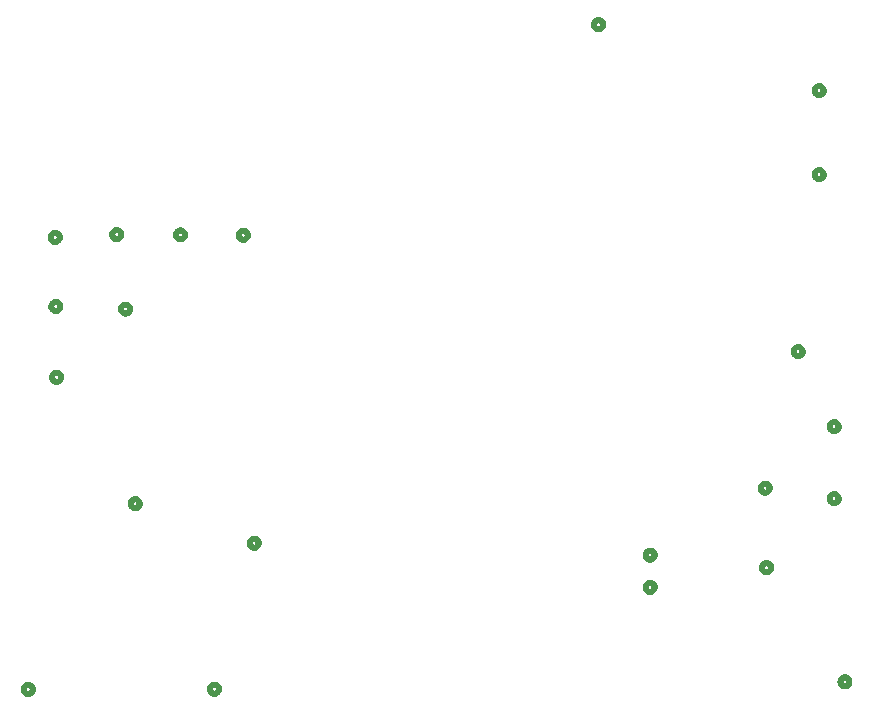
<source format=gbr>
G04 EAGLE Gerber RS-274X export*
G75*
%MOMM*%
%FSLAX34Y34*%
%LPD*%
%INSilkscreen Bottom*%
%IPPOS*%
%AMOC8*
5,1,8,0,0,1.08239X$1,22.5*%
G01*
G04 Define Apertures*
%ADD10C,0.508000*%
D10*
X1267415Y171901D02*
X1267293Y171899D01*
X1267171Y171893D01*
X1267049Y171883D01*
X1266928Y171870D01*
X1266807Y171852D01*
X1266687Y171831D01*
X1266567Y171805D01*
X1266449Y171776D01*
X1266331Y171744D01*
X1266214Y171707D01*
X1266099Y171667D01*
X1265985Y171623D01*
X1265873Y171575D01*
X1265762Y171524D01*
X1265653Y171469D01*
X1265545Y171411D01*
X1265440Y171349D01*
X1265337Y171284D01*
X1265235Y171216D01*
X1265136Y171144D01*
X1265040Y171070D01*
X1264945Y170992D01*
X1264854Y170911D01*
X1264764Y170828D01*
X1264678Y170742D01*
X1264595Y170652D01*
X1264514Y170561D01*
X1264436Y170466D01*
X1264362Y170370D01*
X1264290Y170271D01*
X1264222Y170169D01*
X1264157Y170066D01*
X1264095Y169961D01*
X1264037Y169853D01*
X1263982Y169744D01*
X1263931Y169633D01*
X1263883Y169521D01*
X1263839Y169407D01*
X1263799Y169292D01*
X1263762Y169175D01*
X1263730Y169057D01*
X1263701Y168939D01*
X1263675Y168819D01*
X1263654Y168699D01*
X1263636Y168578D01*
X1263623Y168457D01*
X1263613Y168335D01*
X1263607Y168213D01*
X1263605Y168091D01*
X1263607Y167969D01*
X1263613Y167847D01*
X1263623Y167725D01*
X1263636Y167604D01*
X1263654Y167483D01*
X1263675Y167363D01*
X1263701Y167243D01*
X1263730Y167125D01*
X1263762Y167007D01*
X1263799Y166890D01*
X1263839Y166775D01*
X1263883Y166661D01*
X1263931Y166549D01*
X1263982Y166438D01*
X1264037Y166329D01*
X1264095Y166221D01*
X1264157Y166116D01*
X1264222Y166013D01*
X1264290Y165911D01*
X1264362Y165812D01*
X1264436Y165716D01*
X1264514Y165621D01*
X1264595Y165530D01*
X1264678Y165440D01*
X1264764Y165354D01*
X1264854Y165271D01*
X1264945Y165190D01*
X1265040Y165112D01*
X1265136Y165038D01*
X1265235Y164966D01*
X1265337Y164898D01*
X1265440Y164833D01*
X1265545Y164771D01*
X1265653Y164713D01*
X1265762Y164658D01*
X1265873Y164607D01*
X1265985Y164559D01*
X1266099Y164515D01*
X1266214Y164475D01*
X1266331Y164438D01*
X1266449Y164406D01*
X1266567Y164377D01*
X1266687Y164351D01*
X1266807Y164330D01*
X1266928Y164312D01*
X1267049Y164299D01*
X1267171Y164289D01*
X1267293Y164283D01*
X1267415Y164281D01*
X1267537Y164283D01*
X1267659Y164289D01*
X1267781Y164299D01*
X1267902Y164312D01*
X1268023Y164330D01*
X1268143Y164351D01*
X1268263Y164377D01*
X1268381Y164406D01*
X1268499Y164438D01*
X1268616Y164475D01*
X1268731Y164515D01*
X1268845Y164559D01*
X1268957Y164607D01*
X1269068Y164658D01*
X1269177Y164713D01*
X1269285Y164771D01*
X1269390Y164833D01*
X1269493Y164898D01*
X1269595Y164966D01*
X1269694Y165038D01*
X1269790Y165112D01*
X1269885Y165190D01*
X1269976Y165271D01*
X1270066Y165354D01*
X1270152Y165440D01*
X1270235Y165530D01*
X1270316Y165621D01*
X1270394Y165716D01*
X1270468Y165812D01*
X1270540Y165911D01*
X1270608Y166013D01*
X1270673Y166116D01*
X1270735Y166221D01*
X1270793Y166329D01*
X1270848Y166438D01*
X1270899Y166549D01*
X1270947Y166661D01*
X1270991Y166775D01*
X1271031Y166890D01*
X1271068Y167007D01*
X1271100Y167125D01*
X1271129Y167243D01*
X1271155Y167363D01*
X1271176Y167483D01*
X1271194Y167604D01*
X1271207Y167725D01*
X1271217Y167847D01*
X1271223Y167969D01*
X1271225Y168091D01*
X1271223Y168213D01*
X1271217Y168335D01*
X1271207Y168457D01*
X1271194Y168578D01*
X1271176Y168699D01*
X1271155Y168819D01*
X1271129Y168939D01*
X1271100Y169057D01*
X1271068Y169175D01*
X1271031Y169292D01*
X1270991Y169407D01*
X1270947Y169521D01*
X1270899Y169633D01*
X1270848Y169744D01*
X1270793Y169853D01*
X1270735Y169961D01*
X1270673Y170066D01*
X1270608Y170169D01*
X1270540Y170271D01*
X1270468Y170370D01*
X1270394Y170466D01*
X1270316Y170561D01*
X1270235Y170652D01*
X1270152Y170742D01*
X1270066Y170828D01*
X1269976Y170911D01*
X1269885Y170992D01*
X1269790Y171070D01*
X1269694Y171144D01*
X1269595Y171216D01*
X1269493Y171284D01*
X1269390Y171349D01*
X1269285Y171411D01*
X1269177Y171469D01*
X1269068Y171524D01*
X1268957Y171575D01*
X1268845Y171623D01*
X1268731Y171667D01*
X1268616Y171707D01*
X1268499Y171744D01*
X1268381Y171776D01*
X1268263Y171805D01*
X1268143Y171831D01*
X1268023Y171852D01*
X1267902Y171870D01*
X1267781Y171883D01*
X1267659Y171893D01*
X1267537Y171899D01*
X1267415Y171901D01*
X598735Y540576D02*
X598857Y540578D01*
X598979Y540584D01*
X599101Y540594D01*
X599222Y540607D01*
X599343Y540625D01*
X599463Y540646D01*
X599583Y540672D01*
X599701Y540701D01*
X599819Y540733D01*
X599936Y540770D01*
X600051Y540810D01*
X600165Y540854D01*
X600277Y540902D01*
X600388Y540953D01*
X600497Y541008D01*
X600605Y541066D01*
X600710Y541128D01*
X600813Y541193D01*
X600915Y541261D01*
X601014Y541333D01*
X601110Y541407D01*
X601205Y541485D01*
X601296Y541566D01*
X601386Y541649D01*
X601472Y541735D01*
X601555Y541825D01*
X601636Y541916D01*
X601714Y542011D01*
X601788Y542107D01*
X601860Y542206D01*
X601928Y542308D01*
X601993Y542411D01*
X602055Y542516D01*
X602113Y542624D01*
X602168Y542733D01*
X602219Y542844D01*
X602267Y542956D01*
X602311Y543070D01*
X602351Y543185D01*
X602388Y543302D01*
X602420Y543420D01*
X602449Y543538D01*
X602475Y543658D01*
X602496Y543778D01*
X602514Y543899D01*
X602527Y544020D01*
X602537Y544142D01*
X602543Y544264D01*
X602545Y544386D01*
X602543Y544508D01*
X602537Y544630D01*
X602527Y544752D01*
X602514Y544873D01*
X602496Y544994D01*
X602475Y545114D01*
X602449Y545234D01*
X602420Y545352D01*
X602388Y545470D01*
X602351Y545587D01*
X602311Y545702D01*
X602267Y545816D01*
X602219Y545928D01*
X602168Y546039D01*
X602113Y546148D01*
X602055Y546256D01*
X601993Y546361D01*
X601928Y546464D01*
X601860Y546566D01*
X601788Y546665D01*
X601714Y546761D01*
X601636Y546856D01*
X601555Y546947D01*
X601472Y547037D01*
X601386Y547123D01*
X601296Y547206D01*
X601205Y547287D01*
X601110Y547365D01*
X601014Y547439D01*
X600915Y547511D01*
X600813Y547579D01*
X600710Y547644D01*
X600605Y547706D01*
X600497Y547764D01*
X600388Y547819D01*
X600277Y547870D01*
X600165Y547918D01*
X600051Y547962D01*
X599936Y548002D01*
X599819Y548039D01*
X599701Y548071D01*
X599583Y548100D01*
X599463Y548126D01*
X599343Y548147D01*
X599222Y548165D01*
X599101Y548178D01*
X598979Y548188D01*
X598857Y548194D01*
X598735Y548196D01*
X598613Y548194D01*
X598491Y548188D01*
X598369Y548178D01*
X598248Y548165D01*
X598127Y548147D01*
X598007Y548126D01*
X597887Y548100D01*
X597769Y548071D01*
X597651Y548039D01*
X597534Y548002D01*
X597419Y547962D01*
X597305Y547918D01*
X597193Y547870D01*
X597082Y547819D01*
X596973Y547764D01*
X596865Y547706D01*
X596760Y547644D01*
X596657Y547579D01*
X596555Y547511D01*
X596456Y547439D01*
X596360Y547365D01*
X596265Y547287D01*
X596174Y547206D01*
X596084Y547123D01*
X595998Y547037D01*
X595915Y546947D01*
X595834Y546856D01*
X595756Y546761D01*
X595682Y546665D01*
X595610Y546566D01*
X595542Y546464D01*
X595477Y546361D01*
X595415Y546256D01*
X595357Y546148D01*
X595302Y546039D01*
X595251Y545928D01*
X595203Y545816D01*
X595159Y545702D01*
X595119Y545587D01*
X595082Y545470D01*
X595050Y545352D01*
X595021Y545234D01*
X594995Y545114D01*
X594974Y544994D01*
X594956Y544873D01*
X594943Y544752D01*
X594933Y544630D01*
X594927Y544508D01*
X594925Y544386D01*
X594927Y544264D01*
X594933Y544142D01*
X594943Y544020D01*
X594956Y543899D01*
X594974Y543778D01*
X594995Y543658D01*
X595021Y543538D01*
X595050Y543420D01*
X595082Y543302D01*
X595119Y543185D01*
X595159Y543070D01*
X595203Y542956D01*
X595251Y542844D01*
X595302Y542733D01*
X595357Y542624D01*
X595415Y542516D01*
X595477Y542411D01*
X595542Y542308D01*
X595610Y542206D01*
X595682Y542107D01*
X595756Y542011D01*
X595834Y541916D01*
X595915Y541825D01*
X595998Y541735D01*
X596084Y541649D01*
X596174Y541566D01*
X596265Y541485D01*
X596360Y541407D01*
X596456Y541333D01*
X596555Y541261D01*
X596657Y541193D01*
X596760Y541128D01*
X596865Y541066D01*
X596973Y541008D01*
X597082Y540953D01*
X597193Y540902D01*
X597305Y540854D01*
X597419Y540810D01*
X597534Y540770D01*
X597651Y540733D01*
X597769Y540701D01*
X597887Y540672D01*
X598007Y540646D01*
X598127Y540625D01*
X598248Y540607D01*
X598369Y540594D01*
X598491Y540584D01*
X598613Y540578D01*
X598735Y540576D01*
X599299Y489733D02*
X599421Y489731D01*
X599543Y489725D01*
X599665Y489715D01*
X599786Y489702D01*
X599907Y489684D01*
X600027Y489663D01*
X600147Y489637D01*
X600265Y489608D01*
X600383Y489576D01*
X600500Y489539D01*
X600615Y489499D01*
X600729Y489455D01*
X600841Y489407D01*
X600952Y489356D01*
X601061Y489301D01*
X601169Y489243D01*
X601274Y489181D01*
X601377Y489116D01*
X601479Y489048D01*
X601578Y488976D01*
X601674Y488902D01*
X601769Y488824D01*
X601860Y488743D01*
X601950Y488660D01*
X602036Y488574D01*
X602119Y488484D01*
X602200Y488393D01*
X602278Y488298D01*
X602352Y488202D01*
X602424Y488103D01*
X602492Y488001D01*
X602557Y487898D01*
X602619Y487793D01*
X602677Y487685D01*
X602732Y487576D01*
X602783Y487465D01*
X602831Y487353D01*
X602875Y487239D01*
X602915Y487124D01*
X602952Y487007D01*
X602984Y486889D01*
X603013Y486771D01*
X603039Y486651D01*
X603060Y486531D01*
X603078Y486410D01*
X603091Y486289D01*
X603101Y486167D01*
X603107Y486045D01*
X603109Y485923D01*
X603107Y485801D01*
X603101Y485679D01*
X603091Y485557D01*
X603078Y485436D01*
X603060Y485315D01*
X603039Y485195D01*
X603013Y485075D01*
X602984Y484957D01*
X602952Y484839D01*
X602915Y484722D01*
X602875Y484607D01*
X602831Y484493D01*
X602783Y484381D01*
X602732Y484270D01*
X602677Y484161D01*
X602619Y484053D01*
X602557Y483948D01*
X602492Y483845D01*
X602424Y483743D01*
X602352Y483644D01*
X602278Y483548D01*
X602200Y483453D01*
X602119Y483362D01*
X602036Y483272D01*
X601950Y483186D01*
X601860Y483103D01*
X601769Y483022D01*
X601674Y482944D01*
X601578Y482870D01*
X601479Y482798D01*
X601377Y482730D01*
X601274Y482665D01*
X601169Y482603D01*
X601061Y482545D01*
X600952Y482490D01*
X600841Y482439D01*
X600729Y482391D01*
X600615Y482347D01*
X600500Y482307D01*
X600383Y482270D01*
X600265Y482238D01*
X600147Y482209D01*
X600027Y482183D01*
X599907Y482162D01*
X599786Y482144D01*
X599665Y482131D01*
X599543Y482121D01*
X599421Y482115D01*
X599299Y482113D01*
X599177Y482115D01*
X599055Y482121D01*
X598933Y482131D01*
X598812Y482144D01*
X598691Y482162D01*
X598571Y482183D01*
X598451Y482209D01*
X598333Y482238D01*
X598215Y482270D01*
X598098Y482307D01*
X597983Y482347D01*
X597869Y482391D01*
X597757Y482439D01*
X597646Y482490D01*
X597537Y482545D01*
X597429Y482603D01*
X597324Y482665D01*
X597221Y482730D01*
X597119Y482798D01*
X597020Y482870D01*
X596924Y482944D01*
X596829Y483022D01*
X596738Y483103D01*
X596648Y483186D01*
X596562Y483272D01*
X596479Y483362D01*
X596398Y483453D01*
X596320Y483548D01*
X596246Y483644D01*
X596174Y483743D01*
X596106Y483845D01*
X596041Y483948D01*
X595979Y484053D01*
X595921Y484161D01*
X595866Y484270D01*
X595815Y484381D01*
X595767Y484493D01*
X595723Y484607D01*
X595683Y484722D01*
X595646Y484839D01*
X595614Y484957D01*
X595585Y485075D01*
X595559Y485195D01*
X595538Y485315D01*
X595520Y485436D01*
X595507Y485557D01*
X595497Y485679D01*
X595491Y485801D01*
X595489Y485923D01*
X595491Y486045D01*
X595497Y486167D01*
X595507Y486289D01*
X595520Y486410D01*
X595538Y486531D01*
X595559Y486651D01*
X595585Y486771D01*
X595614Y486889D01*
X595646Y487007D01*
X595683Y487124D01*
X595723Y487239D01*
X595767Y487353D01*
X595815Y487465D01*
X595866Y487576D01*
X595921Y487685D01*
X595979Y487793D01*
X596041Y487898D01*
X596106Y488001D01*
X596174Y488103D01*
X596246Y488202D01*
X596320Y488298D01*
X596398Y488393D01*
X596479Y488484D01*
X596562Y488574D01*
X596648Y488660D01*
X596738Y488743D01*
X596829Y488824D01*
X596924Y488902D01*
X597020Y488976D01*
X597119Y489048D01*
X597221Y489116D01*
X597324Y489181D01*
X597429Y489243D01*
X597537Y489301D01*
X597646Y489356D01*
X597757Y489407D01*
X597869Y489455D01*
X597983Y489499D01*
X598098Y489539D01*
X598215Y489576D01*
X598333Y489608D01*
X598451Y489637D01*
X598571Y489663D01*
X598691Y489684D01*
X598812Y489702D01*
X598933Y489715D01*
X599055Y489725D01*
X599177Y489731D01*
X599299Y489733D01*
X658353Y487563D02*
X658475Y487561D01*
X658597Y487555D01*
X658719Y487545D01*
X658840Y487532D01*
X658961Y487514D01*
X659081Y487493D01*
X659201Y487467D01*
X659319Y487438D01*
X659437Y487406D01*
X659554Y487369D01*
X659669Y487329D01*
X659783Y487285D01*
X659895Y487237D01*
X660006Y487186D01*
X660115Y487131D01*
X660223Y487073D01*
X660328Y487011D01*
X660431Y486946D01*
X660533Y486878D01*
X660632Y486806D01*
X660728Y486732D01*
X660823Y486654D01*
X660914Y486573D01*
X661004Y486490D01*
X661090Y486404D01*
X661173Y486314D01*
X661254Y486223D01*
X661332Y486128D01*
X661406Y486032D01*
X661478Y485933D01*
X661546Y485831D01*
X661611Y485728D01*
X661673Y485623D01*
X661731Y485515D01*
X661786Y485406D01*
X661837Y485295D01*
X661885Y485183D01*
X661929Y485069D01*
X661969Y484954D01*
X662006Y484837D01*
X662038Y484719D01*
X662067Y484601D01*
X662093Y484481D01*
X662114Y484361D01*
X662132Y484240D01*
X662145Y484119D01*
X662155Y483997D01*
X662161Y483875D01*
X662163Y483753D01*
X662161Y483631D01*
X662155Y483509D01*
X662145Y483387D01*
X662132Y483266D01*
X662114Y483145D01*
X662093Y483025D01*
X662067Y482905D01*
X662038Y482787D01*
X662006Y482669D01*
X661969Y482552D01*
X661929Y482437D01*
X661885Y482323D01*
X661837Y482211D01*
X661786Y482100D01*
X661731Y481991D01*
X661673Y481883D01*
X661611Y481778D01*
X661546Y481675D01*
X661478Y481573D01*
X661406Y481474D01*
X661332Y481378D01*
X661254Y481283D01*
X661173Y481192D01*
X661090Y481102D01*
X661004Y481016D01*
X660914Y480933D01*
X660823Y480852D01*
X660728Y480774D01*
X660632Y480700D01*
X660533Y480628D01*
X660431Y480560D01*
X660328Y480495D01*
X660223Y480433D01*
X660115Y480375D01*
X660006Y480320D01*
X659895Y480269D01*
X659783Y480221D01*
X659669Y480177D01*
X659554Y480137D01*
X659437Y480100D01*
X659319Y480068D01*
X659201Y480039D01*
X659081Y480013D01*
X658961Y479992D01*
X658840Y479974D01*
X658719Y479961D01*
X658597Y479951D01*
X658475Y479945D01*
X658353Y479943D01*
X658231Y479945D01*
X658109Y479951D01*
X657987Y479961D01*
X657866Y479974D01*
X657745Y479992D01*
X657625Y480013D01*
X657505Y480039D01*
X657387Y480068D01*
X657269Y480100D01*
X657152Y480137D01*
X657037Y480177D01*
X656923Y480221D01*
X656811Y480269D01*
X656700Y480320D01*
X656591Y480375D01*
X656483Y480433D01*
X656378Y480495D01*
X656275Y480560D01*
X656173Y480628D01*
X656074Y480700D01*
X655978Y480774D01*
X655883Y480852D01*
X655792Y480933D01*
X655702Y481016D01*
X655616Y481102D01*
X655533Y481192D01*
X655452Y481283D01*
X655374Y481378D01*
X655300Y481474D01*
X655228Y481573D01*
X655160Y481675D01*
X655095Y481778D01*
X655033Y481883D01*
X654975Y481991D01*
X654920Y482100D01*
X654869Y482211D01*
X654821Y482323D01*
X654777Y482437D01*
X654737Y482552D01*
X654700Y482669D01*
X654668Y482787D01*
X654639Y482905D01*
X654613Y483025D01*
X654592Y483145D01*
X654574Y483266D01*
X654561Y483387D01*
X654551Y483509D01*
X654545Y483631D01*
X654543Y483753D01*
X654545Y483875D01*
X654551Y483997D01*
X654561Y484119D01*
X654574Y484240D01*
X654592Y484361D01*
X654613Y484481D01*
X654639Y484601D01*
X654668Y484719D01*
X654700Y484837D01*
X654737Y484954D01*
X654777Y485069D01*
X654821Y485183D01*
X654869Y485295D01*
X654920Y485406D01*
X654975Y485515D01*
X655033Y485623D01*
X655095Y485728D01*
X655160Y485831D01*
X655228Y485933D01*
X655300Y486032D01*
X655374Y486128D01*
X655452Y486223D01*
X655533Y486314D01*
X655616Y486404D01*
X655702Y486490D01*
X655792Y486573D01*
X655883Y486654D01*
X655978Y486732D01*
X656074Y486806D01*
X656173Y486878D01*
X656275Y486946D01*
X656378Y487011D01*
X656483Y487073D01*
X656591Y487131D01*
X656700Y487186D01*
X656811Y487237D01*
X656923Y487285D01*
X657037Y487329D01*
X657152Y487369D01*
X657269Y487406D01*
X657387Y487438D01*
X657505Y487467D01*
X657625Y487493D01*
X657745Y487514D01*
X657866Y487532D01*
X657987Y487545D01*
X658109Y487555D01*
X658231Y487561D01*
X658353Y487563D01*
X599878Y429726D02*
X600000Y429724D01*
X600122Y429718D01*
X600244Y429708D01*
X600365Y429695D01*
X600486Y429677D01*
X600606Y429656D01*
X600726Y429630D01*
X600844Y429601D01*
X600962Y429569D01*
X601079Y429532D01*
X601194Y429492D01*
X601308Y429448D01*
X601420Y429400D01*
X601531Y429349D01*
X601640Y429294D01*
X601748Y429236D01*
X601853Y429174D01*
X601956Y429109D01*
X602058Y429041D01*
X602157Y428969D01*
X602253Y428895D01*
X602348Y428817D01*
X602439Y428736D01*
X602529Y428653D01*
X602615Y428567D01*
X602698Y428477D01*
X602779Y428386D01*
X602857Y428291D01*
X602931Y428195D01*
X603003Y428096D01*
X603071Y427994D01*
X603136Y427891D01*
X603198Y427786D01*
X603256Y427678D01*
X603311Y427569D01*
X603362Y427458D01*
X603410Y427346D01*
X603454Y427232D01*
X603494Y427117D01*
X603531Y427000D01*
X603563Y426882D01*
X603592Y426764D01*
X603618Y426644D01*
X603639Y426524D01*
X603657Y426403D01*
X603670Y426282D01*
X603680Y426160D01*
X603686Y426038D01*
X603688Y425916D01*
X603686Y425794D01*
X603680Y425672D01*
X603670Y425550D01*
X603657Y425429D01*
X603639Y425308D01*
X603618Y425188D01*
X603592Y425068D01*
X603563Y424950D01*
X603531Y424832D01*
X603494Y424715D01*
X603454Y424600D01*
X603410Y424486D01*
X603362Y424374D01*
X603311Y424263D01*
X603256Y424154D01*
X603198Y424046D01*
X603136Y423941D01*
X603071Y423838D01*
X603003Y423736D01*
X602931Y423637D01*
X602857Y423541D01*
X602779Y423446D01*
X602698Y423355D01*
X602615Y423265D01*
X602529Y423179D01*
X602439Y423096D01*
X602348Y423015D01*
X602253Y422937D01*
X602157Y422863D01*
X602058Y422791D01*
X601956Y422723D01*
X601853Y422658D01*
X601748Y422596D01*
X601640Y422538D01*
X601531Y422483D01*
X601420Y422432D01*
X601308Y422384D01*
X601194Y422340D01*
X601079Y422300D01*
X600962Y422263D01*
X600844Y422231D01*
X600726Y422202D01*
X600606Y422176D01*
X600486Y422155D01*
X600365Y422137D01*
X600244Y422124D01*
X600122Y422114D01*
X600000Y422108D01*
X599878Y422106D01*
X599756Y422108D01*
X599634Y422114D01*
X599512Y422124D01*
X599391Y422137D01*
X599270Y422155D01*
X599150Y422176D01*
X599030Y422202D01*
X598912Y422231D01*
X598794Y422263D01*
X598677Y422300D01*
X598562Y422340D01*
X598448Y422384D01*
X598336Y422432D01*
X598225Y422483D01*
X598116Y422538D01*
X598008Y422596D01*
X597903Y422658D01*
X597800Y422723D01*
X597698Y422791D01*
X597599Y422863D01*
X597503Y422937D01*
X597408Y423015D01*
X597317Y423096D01*
X597227Y423179D01*
X597141Y423265D01*
X597058Y423355D01*
X596977Y423446D01*
X596899Y423541D01*
X596825Y423637D01*
X596753Y423736D01*
X596685Y423838D01*
X596620Y423941D01*
X596558Y424046D01*
X596500Y424154D01*
X596445Y424263D01*
X596394Y424374D01*
X596346Y424486D01*
X596302Y424600D01*
X596262Y424715D01*
X596225Y424832D01*
X596193Y424950D01*
X596164Y425068D01*
X596138Y425188D01*
X596117Y425308D01*
X596099Y425429D01*
X596086Y425550D01*
X596076Y425672D01*
X596070Y425794D01*
X596068Y425916D01*
X596070Y426038D01*
X596076Y426160D01*
X596086Y426282D01*
X596099Y426403D01*
X596117Y426524D01*
X596138Y426644D01*
X596164Y426764D01*
X596193Y426882D01*
X596225Y427000D01*
X596262Y427117D01*
X596302Y427232D01*
X596346Y427346D01*
X596394Y427458D01*
X596445Y427569D01*
X596500Y427678D01*
X596558Y427786D01*
X596620Y427891D01*
X596685Y427994D01*
X596753Y428096D01*
X596825Y428195D01*
X596899Y428291D01*
X596977Y428386D01*
X597058Y428477D01*
X597141Y428567D01*
X597227Y428653D01*
X597317Y428736D01*
X597408Y428817D01*
X597503Y428895D01*
X597599Y428969D01*
X597698Y429041D01*
X597800Y429109D01*
X597903Y429174D01*
X598008Y429236D01*
X598116Y429294D01*
X598225Y429349D01*
X598336Y429400D01*
X598448Y429448D01*
X598562Y429492D01*
X598677Y429532D01*
X598794Y429569D01*
X598912Y429601D01*
X599030Y429630D01*
X599150Y429656D01*
X599270Y429677D01*
X599391Y429695D01*
X599512Y429708D01*
X599634Y429718D01*
X599756Y429724D01*
X599878Y429726D01*
X662556Y318935D02*
X662558Y319057D01*
X662564Y319179D01*
X662574Y319301D01*
X662587Y319422D01*
X662605Y319543D01*
X662626Y319663D01*
X662652Y319783D01*
X662681Y319901D01*
X662713Y320019D01*
X662750Y320136D01*
X662790Y320251D01*
X662834Y320365D01*
X662882Y320477D01*
X662933Y320588D01*
X662988Y320697D01*
X663046Y320805D01*
X663108Y320910D01*
X663173Y321013D01*
X663241Y321115D01*
X663313Y321214D01*
X663387Y321310D01*
X663465Y321405D01*
X663546Y321496D01*
X663629Y321586D01*
X663715Y321672D01*
X663805Y321755D01*
X663896Y321836D01*
X663991Y321914D01*
X664087Y321988D01*
X664186Y322060D01*
X664288Y322128D01*
X664391Y322193D01*
X664496Y322255D01*
X664604Y322313D01*
X664713Y322368D01*
X664824Y322419D01*
X664936Y322467D01*
X665050Y322511D01*
X665165Y322551D01*
X665282Y322588D01*
X665400Y322620D01*
X665518Y322649D01*
X665638Y322675D01*
X665758Y322696D01*
X665879Y322714D01*
X666000Y322727D01*
X666122Y322737D01*
X666244Y322743D01*
X666366Y322745D01*
X666488Y322743D01*
X666610Y322737D01*
X666732Y322727D01*
X666853Y322714D01*
X666974Y322696D01*
X667094Y322675D01*
X667214Y322649D01*
X667332Y322620D01*
X667450Y322588D01*
X667567Y322551D01*
X667682Y322511D01*
X667796Y322467D01*
X667908Y322419D01*
X668019Y322368D01*
X668128Y322313D01*
X668236Y322255D01*
X668341Y322193D01*
X668444Y322128D01*
X668546Y322060D01*
X668645Y321988D01*
X668741Y321914D01*
X668836Y321836D01*
X668927Y321755D01*
X669017Y321672D01*
X669103Y321586D01*
X669186Y321496D01*
X669267Y321405D01*
X669345Y321310D01*
X669419Y321214D01*
X669491Y321115D01*
X669559Y321013D01*
X669624Y320910D01*
X669686Y320805D01*
X669744Y320697D01*
X669799Y320588D01*
X669850Y320477D01*
X669898Y320365D01*
X669942Y320251D01*
X669982Y320136D01*
X670019Y320019D01*
X670051Y319901D01*
X670080Y319783D01*
X670106Y319663D01*
X670127Y319543D01*
X670145Y319422D01*
X670158Y319301D01*
X670168Y319179D01*
X670174Y319057D01*
X670176Y318935D01*
X670174Y318813D01*
X670168Y318691D01*
X670158Y318569D01*
X670145Y318448D01*
X670127Y318327D01*
X670106Y318207D01*
X670080Y318087D01*
X670051Y317969D01*
X670019Y317851D01*
X669982Y317734D01*
X669942Y317619D01*
X669898Y317505D01*
X669850Y317393D01*
X669799Y317282D01*
X669744Y317173D01*
X669686Y317065D01*
X669624Y316960D01*
X669559Y316857D01*
X669491Y316755D01*
X669419Y316656D01*
X669345Y316560D01*
X669267Y316465D01*
X669186Y316374D01*
X669103Y316284D01*
X669017Y316198D01*
X668927Y316115D01*
X668836Y316034D01*
X668741Y315956D01*
X668645Y315882D01*
X668546Y315810D01*
X668444Y315742D01*
X668341Y315677D01*
X668236Y315615D01*
X668128Y315557D01*
X668019Y315502D01*
X667908Y315451D01*
X667796Y315403D01*
X667682Y315359D01*
X667567Y315319D01*
X667450Y315282D01*
X667332Y315250D01*
X667214Y315221D01*
X667094Y315195D01*
X666974Y315174D01*
X666853Y315156D01*
X666732Y315143D01*
X666610Y315133D01*
X666488Y315127D01*
X666366Y315125D01*
X666244Y315127D01*
X666122Y315133D01*
X666000Y315143D01*
X665879Y315156D01*
X665758Y315174D01*
X665638Y315195D01*
X665518Y315221D01*
X665400Y315250D01*
X665282Y315282D01*
X665165Y315319D01*
X665050Y315359D01*
X664936Y315403D01*
X664824Y315451D01*
X664713Y315502D01*
X664604Y315557D01*
X664496Y315615D01*
X664391Y315677D01*
X664288Y315742D01*
X664186Y315810D01*
X664087Y315882D01*
X663991Y315956D01*
X663896Y316034D01*
X663805Y316115D01*
X663715Y316198D01*
X663629Y316284D01*
X663546Y316374D01*
X663465Y316465D01*
X663387Y316560D01*
X663313Y316656D01*
X663241Y316755D01*
X663173Y316857D01*
X663108Y316960D01*
X663046Y317065D01*
X662988Y317173D01*
X662933Y317282D01*
X662882Y317393D01*
X662834Y317505D01*
X662790Y317619D01*
X662750Y317734D01*
X662713Y317851D01*
X662681Y317969D01*
X662652Y318087D01*
X662626Y318207D01*
X662605Y318327D01*
X662587Y318448D01*
X662574Y318569D01*
X662564Y318691D01*
X662558Y318813D01*
X662556Y318935D01*
X579755Y161671D02*
X579753Y161549D01*
X579747Y161427D01*
X579737Y161305D01*
X579724Y161184D01*
X579706Y161063D01*
X579685Y160943D01*
X579659Y160823D01*
X579630Y160705D01*
X579598Y160587D01*
X579561Y160470D01*
X579521Y160355D01*
X579477Y160241D01*
X579429Y160129D01*
X579378Y160018D01*
X579323Y159909D01*
X579265Y159801D01*
X579203Y159696D01*
X579138Y159593D01*
X579070Y159491D01*
X578998Y159392D01*
X578924Y159296D01*
X578846Y159201D01*
X578765Y159110D01*
X578682Y159020D01*
X578596Y158934D01*
X578506Y158851D01*
X578415Y158770D01*
X578320Y158692D01*
X578224Y158618D01*
X578125Y158546D01*
X578023Y158478D01*
X577920Y158413D01*
X577815Y158351D01*
X577707Y158293D01*
X577598Y158238D01*
X577487Y158187D01*
X577375Y158139D01*
X577261Y158095D01*
X577146Y158055D01*
X577029Y158018D01*
X576911Y157986D01*
X576793Y157957D01*
X576673Y157931D01*
X576553Y157910D01*
X576432Y157892D01*
X576311Y157879D01*
X576189Y157869D01*
X576067Y157863D01*
X575945Y157861D01*
X575823Y157863D01*
X575701Y157869D01*
X575579Y157879D01*
X575458Y157892D01*
X575337Y157910D01*
X575217Y157931D01*
X575097Y157957D01*
X574979Y157986D01*
X574861Y158018D01*
X574744Y158055D01*
X574629Y158095D01*
X574515Y158139D01*
X574403Y158187D01*
X574292Y158238D01*
X574183Y158293D01*
X574075Y158351D01*
X573970Y158413D01*
X573867Y158478D01*
X573765Y158546D01*
X573666Y158618D01*
X573570Y158692D01*
X573475Y158770D01*
X573384Y158851D01*
X573294Y158934D01*
X573208Y159020D01*
X573125Y159110D01*
X573044Y159201D01*
X572966Y159296D01*
X572892Y159392D01*
X572820Y159491D01*
X572752Y159593D01*
X572687Y159696D01*
X572625Y159801D01*
X572567Y159909D01*
X572512Y160018D01*
X572461Y160129D01*
X572413Y160241D01*
X572369Y160355D01*
X572329Y160470D01*
X572292Y160587D01*
X572260Y160705D01*
X572231Y160823D01*
X572205Y160943D01*
X572184Y161063D01*
X572166Y161184D01*
X572153Y161305D01*
X572143Y161427D01*
X572137Y161549D01*
X572135Y161671D01*
X572137Y161793D01*
X572143Y161915D01*
X572153Y162037D01*
X572166Y162158D01*
X572184Y162279D01*
X572205Y162399D01*
X572231Y162519D01*
X572260Y162637D01*
X572292Y162755D01*
X572329Y162872D01*
X572369Y162987D01*
X572413Y163101D01*
X572461Y163213D01*
X572512Y163324D01*
X572567Y163433D01*
X572625Y163541D01*
X572687Y163646D01*
X572752Y163749D01*
X572820Y163851D01*
X572892Y163950D01*
X572966Y164046D01*
X573044Y164141D01*
X573125Y164232D01*
X573208Y164322D01*
X573294Y164408D01*
X573384Y164491D01*
X573475Y164572D01*
X573570Y164650D01*
X573666Y164724D01*
X573765Y164796D01*
X573867Y164864D01*
X573970Y164929D01*
X574075Y164991D01*
X574183Y165049D01*
X574292Y165104D01*
X574403Y165155D01*
X574515Y165203D01*
X574629Y165247D01*
X574744Y165287D01*
X574861Y165324D01*
X574979Y165356D01*
X575097Y165385D01*
X575217Y165411D01*
X575337Y165432D01*
X575458Y165450D01*
X575579Y165463D01*
X575701Y165473D01*
X575823Y165479D01*
X575945Y165481D01*
X576067Y165479D01*
X576189Y165473D01*
X576311Y165463D01*
X576432Y165450D01*
X576553Y165432D01*
X576673Y165411D01*
X576793Y165385D01*
X576911Y165356D01*
X577029Y165324D01*
X577146Y165287D01*
X577261Y165247D01*
X577375Y165203D01*
X577487Y165155D01*
X577598Y165104D01*
X577707Y165049D01*
X577815Y164991D01*
X577920Y164929D01*
X578023Y164864D01*
X578125Y164796D01*
X578224Y164724D01*
X578320Y164650D01*
X578415Y164572D01*
X578506Y164491D01*
X578596Y164408D01*
X578682Y164322D01*
X578765Y164232D01*
X578846Y164141D01*
X578924Y164046D01*
X578998Y163950D01*
X579070Y163851D01*
X579138Y163749D01*
X579203Y163646D01*
X579265Y163541D01*
X579323Y163433D01*
X579378Y163324D01*
X579429Y163213D01*
X579477Y163101D01*
X579521Y162987D01*
X579561Y162872D01*
X579598Y162755D01*
X579630Y162637D01*
X579659Y162519D01*
X579685Y162399D01*
X579706Y162279D01*
X579724Y162158D01*
X579737Y162037D01*
X579747Y161915D01*
X579753Y161793D01*
X579755Y161671D01*
X729742Y161925D02*
X729744Y162047D01*
X729750Y162169D01*
X729760Y162291D01*
X729773Y162412D01*
X729791Y162533D01*
X729812Y162653D01*
X729838Y162773D01*
X729867Y162891D01*
X729899Y163009D01*
X729936Y163126D01*
X729976Y163241D01*
X730020Y163355D01*
X730068Y163467D01*
X730119Y163578D01*
X730174Y163687D01*
X730232Y163795D01*
X730294Y163900D01*
X730359Y164003D01*
X730427Y164105D01*
X730499Y164204D01*
X730573Y164300D01*
X730651Y164395D01*
X730732Y164486D01*
X730815Y164576D01*
X730901Y164662D01*
X730991Y164745D01*
X731082Y164826D01*
X731177Y164904D01*
X731273Y164978D01*
X731372Y165050D01*
X731474Y165118D01*
X731577Y165183D01*
X731682Y165245D01*
X731790Y165303D01*
X731899Y165358D01*
X732010Y165409D01*
X732122Y165457D01*
X732236Y165501D01*
X732351Y165541D01*
X732468Y165578D01*
X732586Y165610D01*
X732704Y165639D01*
X732824Y165665D01*
X732944Y165686D01*
X733065Y165704D01*
X733186Y165717D01*
X733308Y165727D01*
X733430Y165733D01*
X733552Y165735D01*
X733674Y165733D01*
X733796Y165727D01*
X733918Y165717D01*
X734039Y165704D01*
X734160Y165686D01*
X734280Y165665D01*
X734400Y165639D01*
X734518Y165610D01*
X734636Y165578D01*
X734753Y165541D01*
X734868Y165501D01*
X734982Y165457D01*
X735094Y165409D01*
X735205Y165358D01*
X735314Y165303D01*
X735422Y165245D01*
X735527Y165183D01*
X735630Y165118D01*
X735732Y165050D01*
X735831Y164978D01*
X735927Y164904D01*
X736022Y164826D01*
X736113Y164745D01*
X736203Y164662D01*
X736289Y164576D01*
X736372Y164486D01*
X736453Y164395D01*
X736531Y164300D01*
X736605Y164204D01*
X736677Y164105D01*
X736745Y164003D01*
X736810Y163900D01*
X736872Y163795D01*
X736930Y163687D01*
X736985Y163578D01*
X737036Y163467D01*
X737084Y163355D01*
X737128Y163241D01*
X737168Y163126D01*
X737205Y163009D01*
X737237Y162891D01*
X737266Y162773D01*
X737292Y162653D01*
X737313Y162533D01*
X737331Y162412D01*
X737344Y162291D01*
X737354Y162169D01*
X737360Y162047D01*
X737362Y161925D01*
X737360Y161803D01*
X737354Y161681D01*
X737344Y161559D01*
X737331Y161438D01*
X737313Y161317D01*
X737292Y161197D01*
X737266Y161077D01*
X737237Y160959D01*
X737205Y160841D01*
X737168Y160724D01*
X737128Y160609D01*
X737084Y160495D01*
X737036Y160383D01*
X736985Y160272D01*
X736930Y160163D01*
X736872Y160055D01*
X736810Y159950D01*
X736745Y159847D01*
X736677Y159745D01*
X736605Y159646D01*
X736531Y159550D01*
X736453Y159455D01*
X736372Y159364D01*
X736289Y159274D01*
X736203Y159188D01*
X736113Y159105D01*
X736022Y159024D01*
X735927Y158946D01*
X735831Y158872D01*
X735732Y158800D01*
X735630Y158732D01*
X735527Y158667D01*
X735422Y158605D01*
X735314Y158547D01*
X735205Y158492D01*
X735094Y158441D01*
X734982Y158393D01*
X734868Y158349D01*
X734753Y158309D01*
X734636Y158272D01*
X734518Y158240D01*
X734400Y158211D01*
X734280Y158185D01*
X734160Y158164D01*
X734039Y158146D01*
X733918Y158133D01*
X733796Y158123D01*
X733674Y158117D01*
X733552Y158115D01*
X733430Y158117D01*
X733308Y158123D01*
X733186Y158133D01*
X733065Y158146D01*
X732944Y158164D01*
X732824Y158185D01*
X732704Y158211D01*
X732586Y158240D01*
X732468Y158272D01*
X732351Y158309D01*
X732236Y158349D01*
X732122Y158393D01*
X732010Y158441D01*
X731899Y158492D01*
X731790Y158547D01*
X731682Y158605D01*
X731577Y158667D01*
X731474Y158732D01*
X731372Y158800D01*
X731273Y158872D01*
X731177Y158946D01*
X731082Y159024D01*
X730991Y159105D01*
X730901Y159188D01*
X730815Y159274D01*
X730732Y159364D01*
X730651Y159455D01*
X730573Y159550D01*
X730499Y159646D01*
X730427Y159745D01*
X730359Y159847D01*
X730294Y159950D01*
X730232Y160055D01*
X730174Y160163D01*
X730119Y160272D01*
X730068Y160383D01*
X730020Y160495D01*
X729976Y160609D01*
X729936Y160724D01*
X729899Y160841D01*
X729867Y160959D01*
X729838Y161077D01*
X729812Y161197D01*
X729791Y161317D01*
X729773Y161438D01*
X729760Y161559D01*
X729750Y161681D01*
X729744Y161803D01*
X729742Y161925D01*
X767150Y281699D02*
X767028Y281701D01*
X766906Y281707D01*
X766784Y281717D01*
X766663Y281730D01*
X766542Y281748D01*
X766422Y281769D01*
X766302Y281795D01*
X766184Y281824D01*
X766066Y281856D01*
X765949Y281893D01*
X765834Y281933D01*
X765720Y281977D01*
X765608Y282025D01*
X765497Y282076D01*
X765388Y282131D01*
X765280Y282189D01*
X765175Y282251D01*
X765072Y282316D01*
X764970Y282384D01*
X764871Y282456D01*
X764775Y282530D01*
X764680Y282608D01*
X764589Y282689D01*
X764499Y282772D01*
X764413Y282858D01*
X764330Y282948D01*
X764249Y283039D01*
X764171Y283134D01*
X764097Y283230D01*
X764025Y283329D01*
X763957Y283431D01*
X763892Y283534D01*
X763830Y283639D01*
X763772Y283747D01*
X763717Y283856D01*
X763666Y283967D01*
X763618Y284079D01*
X763574Y284193D01*
X763534Y284308D01*
X763497Y284425D01*
X763465Y284543D01*
X763436Y284661D01*
X763410Y284781D01*
X763389Y284901D01*
X763371Y285022D01*
X763358Y285143D01*
X763348Y285265D01*
X763342Y285387D01*
X763340Y285509D01*
X763342Y285631D01*
X763348Y285753D01*
X763358Y285875D01*
X763371Y285996D01*
X763389Y286117D01*
X763410Y286237D01*
X763436Y286357D01*
X763465Y286475D01*
X763497Y286593D01*
X763534Y286710D01*
X763574Y286825D01*
X763618Y286939D01*
X763666Y287051D01*
X763717Y287162D01*
X763772Y287271D01*
X763830Y287379D01*
X763892Y287484D01*
X763957Y287587D01*
X764025Y287689D01*
X764097Y287788D01*
X764171Y287884D01*
X764249Y287979D01*
X764330Y288070D01*
X764413Y288160D01*
X764499Y288246D01*
X764589Y288329D01*
X764680Y288410D01*
X764775Y288488D01*
X764871Y288562D01*
X764970Y288634D01*
X765072Y288702D01*
X765175Y288767D01*
X765280Y288829D01*
X765388Y288887D01*
X765497Y288942D01*
X765608Y288993D01*
X765720Y289041D01*
X765834Y289085D01*
X765949Y289125D01*
X766066Y289162D01*
X766184Y289194D01*
X766302Y289223D01*
X766422Y289249D01*
X766542Y289270D01*
X766663Y289288D01*
X766784Y289301D01*
X766906Y289311D01*
X767028Y289317D01*
X767150Y289319D01*
X767272Y289317D01*
X767394Y289311D01*
X767516Y289301D01*
X767637Y289288D01*
X767758Y289270D01*
X767878Y289249D01*
X767998Y289223D01*
X768116Y289194D01*
X768234Y289162D01*
X768351Y289125D01*
X768466Y289085D01*
X768580Y289041D01*
X768692Y288993D01*
X768803Y288942D01*
X768912Y288887D01*
X769020Y288829D01*
X769125Y288767D01*
X769228Y288702D01*
X769330Y288634D01*
X769429Y288562D01*
X769525Y288488D01*
X769620Y288410D01*
X769711Y288329D01*
X769801Y288246D01*
X769887Y288160D01*
X769970Y288070D01*
X770051Y287979D01*
X770129Y287884D01*
X770203Y287788D01*
X770275Y287689D01*
X770343Y287587D01*
X770408Y287484D01*
X770470Y287379D01*
X770528Y287271D01*
X770583Y287162D01*
X770634Y287051D01*
X770682Y286939D01*
X770726Y286825D01*
X770766Y286710D01*
X770803Y286593D01*
X770835Y286475D01*
X770864Y286357D01*
X770890Y286237D01*
X770911Y286117D01*
X770929Y285996D01*
X770942Y285875D01*
X770952Y285753D01*
X770958Y285631D01*
X770960Y285509D01*
X770958Y285387D01*
X770952Y285265D01*
X770942Y285143D01*
X770929Y285022D01*
X770911Y284901D01*
X770890Y284781D01*
X770864Y284661D01*
X770835Y284543D01*
X770803Y284425D01*
X770766Y284308D01*
X770726Y284193D01*
X770682Y284079D01*
X770634Y283967D01*
X770583Y283856D01*
X770528Y283747D01*
X770470Y283639D01*
X770408Y283534D01*
X770343Y283431D01*
X770275Y283329D01*
X770203Y283230D01*
X770129Y283134D01*
X770051Y283039D01*
X769970Y282948D01*
X769887Y282858D01*
X769801Y282772D01*
X769711Y282689D01*
X769620Y282608D01*
X769525Y282530D01*
X769429Y282456D01*
X769330Y282384D01*
X769228Y282316D01*
X769125Y282251D01*
X769020Y282189D01*
X768912Y282131D01*
X768803Y282076D01*
X768692Y282025D01*
X768580Y281977D01*
X768466Y281933D01*
X768351Y281893D01*
X768234Y281856D01*
X768116Y281824D01*
X767998Y281795D01*
X767878Y281769D01*
X767758Y281748D01*
X767637Y281730D01*
X767516Y281717D01*
X767394Y281707D01*
X767272Y281701D01*
X767150Y281699D01*
X1199833Y328295D02*
X1199711Y328297D01*
X1199589Y328303D01*
X1199467Y328313D01*
X1199346Y328326D01*
X1199225Y328344D01*
X1199105Y328365D01*
X1198985Y328391D01*
X1198867Y328420D01*
X1198749Y328452D01*
X1198632Y328489D01*
X1198517Y328529D01*
X1198403Y328573D01*
X1198291Y328621D01*
X1198180Y328672D01*
X1198071Y328727D01*
X1197963Y328785D01*
X1197858Y328847D01*
X1197755Y328912D01*
X1197653Y328980D01*
X1197554Y329052D01*
X1197458Y329126D01*
X1197363Y329204D01*
X1197272Y329285D01*
X1197182Y329368D01*
X1197096Y329454D01*
X1197013Y329544D01*
X1196932Y329635D01*
X1196854Y329730D01*
X1196780Y329826D01*
X1196708Y329925D01*
X1196640Y330027D01*
X1196575Y330130D01*
X1196513Y330235D01*
X1196455Y330343D01*
X1196400Y330452D01*
X1196349Y330563D01*
X1196301Y330675D01*
X1196257Y330789D01*
X1196217Y330904D01*
X1196180Y331021D01*
X1196148Y331139D01*
X1196119Y331257D01*
X1196093Y331377D01*
X1196072Y331497D01*
X1196054Y331618D01*
X1196041Y331739D01*
X1196031Y331861D01*
X1196025Y331983D01*
X1196023Y332105D01*
X1196025Y332227D01*
X1196031Y332349D01*
X1196041Y332471D01*
X1196054Y332592D01*
X1196072Y332713D01*
X1196093Y332833D01*
X1196119Y332953D01*
X1196148Y333071D01*
X1196180Y333189D01*
X1196217Y333306D01*
X1196257Y333421D01*
X1196301Y333535D01*
X1196349Y333647D01*
X1196400Y333758D01*
X1196455Y333867D01*
X1196513Y333975D01*
X1196575Y334080D01*
X1196640Y334183D01*
X1196708Y334285D01*
X1196780Y334384D01*
X1196854Y334480D01*
X1196932Y334575D01*
X1197013Y334666D01*
X1197096Y334756D01*
X1197182Y334842D01*
X1197272Y334925D01*
X1197363Y335006D01*
X1197458Y335084D01*
X1197554Y335158D01*
X1197653Y335230D01*
X1197755Y335298D01*
X1197858Y335363D01*
X1197963Y335425D01*
X1198071Y335483D01*
X1198180Y335538D01*
X1198291Y335589D01*
X1198403Y335637D01*
X1198517Y335681D01*
X1198632Y335721D01*
X1198749Y335758D01*
X1198867Y335790D01*
X1198985Y335819D01*
X1199105Y335845D01*
X1199225Y335866D01*
X1199346Y335884D01*
X1199467Y335897D01*
X1199589Y335907D01*
X1199711Y335913D01*
X1199833Y335915D01*
X1199955Y335913D01*
X1200077Y335907D01*
X1200199Y335897D01*
X1200320Y335884D01*
X1200441Y335866D01*
X1200561Y335845D01*
X1200681Y335819D01*
X1200799Y335790D01*
X1200917Y335758D01*
X1201034Y335721D01*
X1201149Y335681D01*
X1201263Y335637D01*
X1201375Y335589D01*
X1201486Y335538D01*
X1201595Y335483D01*
X1201703Y335425D01*
X1201808Y335363D01*
X1201911Y335298D01*
X1202013Y335230D01*
X1202112Y335158D01*
X1202208Y335084D01*
X1202303Y335006D01*
X1202394Y334925D01*
X1202484Y334842D01*
X1202570Y334756D01*
X1202653Y334666D01*
X1202734Y334575D01*
X1202812Y334480D01*
X1202886Y334384D01*
X1202958Y334285D01*
X1203026Y334183D01*
X1203091Y334080D01*
X1203153Y333975D01*
X1203211Y333867D01*
X1203266Y333758D01*
X1203317Y333647D01*
X1203365Y333535D01*
X1203409Y333421D01*
X1203449Y333306D01*
X1203486Y333189D01*
X1203518Y333071D01*
X1203547Y332953D01*
X1203573Y332833D01*
X1203594Y332713D01*
X1203612Y332592D01*
X1203625Y332471D01*
X1203635Y332349D01*
X1203641Y332227D01*
X1203643Y332105D01*
X1203641Y331983D01*
X1203635Y331861D01*
X1203625Y331739D01*
X1203612Y331618D01*
X1203594Y331497D01*
X1203573Y331377D01*
X1203547Y331257D01*
X1203518Y331139D01*
X1203486Y331021D01*
X1203449Y330904D01*
X1203409Y330789D01*
X1203365Y330675D01*
X1203317Y330563D01*
X1203266Y330452D01*
X1203211Y330343D01*
X1203153Y330235D01*
X1203091Y330130D01*
X1203026Y330027D01*
X1202958Y329925D01*
X1202886Y329826D01*
X1202812Y329730D01*
X1202734Y329635D01*
X1202653Y329544D01*
X1202570Y329454D01*
X1202484Y329368D01*
X1202394Y329285D01*
X1202303Y329204D01*
X1202208Y329126D01*
X1202112Y329052D01*
X1202013Y328980D01*
X1201911Y328912D01*
X1201808Y328847D01*
X1201703Y328785D01*
X1201595Y328727D01*
X1201486Y328672D01*
X1201375Y328621D01*
X1201263Y328573D01*
X1201149Y328529D01*
X1201034Y328489D01*
X1200917Y328452D01*
X1200799Y328420D01*
X1200681Y328391D01*
X1200561Y328365D01*
X1200441Y328344D01*
X1200320Y328326D01*
X1200199Y328313D01*
X1200077Y328303D01*
X1199955Y328297D01*
X1199833Y328295D01*
X1102417Y251968D02*
X1102539Y251966D01*
X1102661Y251960D01*
X1102783Y251950D01*
X1102904Y251937D01*
X1103025Y251919D01*
X1103145Y251898D01*
X1103265Y251872D01*
X1103383Y251843D01*
X1103501Y251811D01*
X1103618Y251774D01*
X1103733Y251734D01*
X1103847Y251690D01*
X1103959Y251642D01*
X1104070Y251591D01*
X1104179Y251536D01*
X1104287Y251478D01*
X1104392Y251416D01*
X1104495Y251351D01*
X1104597Y251283D01*
X1104696Y251211D01*
X1104792Y251137D01*
X1104887Y251059D01*
X1104978Y250978D01*
X1105068Y250895D01*
X1105154Y250809D01*
X1105237Y250719D01*
X1105318Y250628D01*
X1105396Y250533D01*
X1105470Y250437D01*
X1105542Y250338D01*
X1105610Y250236D01*
X1105675Y250133D01*
X1105737Y250028D01*
X1105795Y249920D01*
X1105850Y249811D01*
X1105901Y249700D01*
X1105949Y249588D01*
X1105993Y249474D01*
X1106033Y249359D01*
X1106070Y249242D01*
X1106102Y249124D01*
X1106131Y249006D01*
X1106157Y248886D01*
X1106178Y248766D01*
X1106196Y248645D01*
X1106209Y248524D01*
X1106219Y248402D01*
X1106225Y248280D01*
X1106227Y248158D01*
X1106225Y248036D01*
X1106219Y247914D01*
X1106209Y247792D01*
X1106196Y247671D01*
X1106178Y247550D01*
X1106157Y247430D01*
X1106131Y247310D01*
X1106102Y247192D01*
X1106070Y247074D01*
X1106033Y246957D01*
X1105993Y246842D01*
X1105949Y246728D01*
X1105901Y246616D01*
X1105850Y246505D01*
X1105795Y246396D01*
X1105737Y246288D01*
X1105675Y246183D01*
X1105610Y246080D01*
X1105542Y245978D01*
X1105470Y245879D01*
X1105396Y245783D01*
X1105318Y245688D01*
X1105237Y245597D01*
X1105154Y245507D01*
X1105068Y245421D01*
X1104978Y245338D01*
X1104887Y245257D01*
X1104792Y245179D01*
X1104696Y245105D01*
X1104597Y245033D01*
X1104495Y244965D01*
X1104392Y244900D01*
X1104287Y244838D01*
X1104179Y244780D01*
X1104070Y244725D01*
X1103959Y244674D01*
X1103847Y244626D01*
X1103733Y244582D01*
X1103618Y244542D01*
X1103501Y244505D01*
X1103383Y244473D01*
X1103265Y244444D01*
X1103145Y244418D01*
X1103025Y244397D01*
X1102904Y244379D01*
X1102783Y244366D01*
X1102661Y244356D01*
X1102539Y244350D01*
X1102417Y244348D01*
X1102295Y244350D01*
X1102173Y244356D01*
X1102051Y244366D01*
X1101930Y244379D01*
X1101809Y244397D01*
X1101689Y244418D01*
X1101569Y244444D01*
X1101451Y244473D01*
X1101333Y244505D01*
X1101216Y244542D01*
X1101101Y244582D01*
X1100987Y244626D01*
X1100875Y244674D01*
X1100764Y244725D01*
X1100655Y244780D01*
X1100547Y244838D01*
X1100442Y244900D01*
X1100339Y244965D01*
X1100237Y245033D01*
X1100138Y245105D01*
X1100042Y245179D01*
X1099947Y245257D01*
X1099856Y245338D01*
X1099766Y245421D01*
X1099680Y245507D01*
X1099597Y245597D01*
X1099516Y245688D01*
X1099438Y245783D01*
X1099364Y245879D01*
X1099292Y245978D01*
X1099224Y246080D01*
X1099159Y246183D01*
X1099097Y246288D01*
X1099039Y246396D01*
X1098984Y246505D01*
X1098933Y246616D01*
X1098885Y246728D01*
X1098841Y246842D01*
X1098801Y246957D01*
X1098764Y247074D01*
X1098732Y247192D01*
X1098703Y247310D01*
X1098677Y247430D01*
X1098656Y247550D01*
X1098638Y247671D01*
X1098625Y247792D01*
X1098615Y247914D01*
X1098609Y248036D01*
X1098607Y248158D01*
X1098609Y248280D01*
X1098615Y248402D01*
X1098625Y248524D01*
X1098638Y248645D01*
X1098656Y248766D01*
X1098677Y248886D01*
X1098703Y249006D01*
X1098732Y249124D01*
X1098764Y249242D01*
X1098801Y249359D01*
X1098841Y249474D01*
X1098885Y249588D01*
X1098933Y249700D01*
X1098984Y249811D01*
X1099039Y249920D01*
X1099097Y250028D01*
X1099159Y250133D01*
X1099224Y250236D01*
X1099292Y250338D01*
X1099364Y250437D01*
X1099438Y250533D01*
X1099516Y250628D01*
X1099597Y250719D01*
X1099680Y250809D01*
X1099766Y250895D01*
X1099856Y250978D01*
X1099947Y251059D01*
X1100042Y251137D01*
X1100138Y251211D01*
X1100237Y251283D01*
X1100339Y251351D01*
X1100442Y251416D01*
X1100547Y251478D01*
X1100655Y251536D01*
X1100764Y251591D01*
X1100875Y251642D01*
X1100987Y251690D01*
X1101101Y251734D01*
X1101216Y251774D01*
X1101333Y251811D01*
X1101451Y251843D01*
X1101569Y251872D01*
X1101689Y251898D01*
X1101809Y251919D01*
X1101930Y251937D01*
X1102051Y251950D01*
X1102173Y251960D01*
X1102295Y251966D01*
X1102417Y251968D01*
X1245489Y664845D02*
X1245611Y664847D01*
X1245733Y664853D01*
X1245855Y664863D01*
X1245976Y664876D01*
X1246097Y664894D01*
X1246217Y664915D01*
X1246337Y664941D01*
X1246455Y664970D01*
X1246573Y665002D01*
X1246690Y665039D01*
X1246805Y665079D01*
X1246919Y665123D01*
X1247031Y665171D01*
X1247142Y665222D01*
X1247251Y665277D01*
X1247359Y665335D01*
X1247464Y665397D01*
X1247567Y665462D01*
X1247669Y665530D01*
X1247768Y665602D01*
X1247864Y665676D01*
X1247959Y665754D01*
X1248050Y665835D01*
X1248140Y665918D01*
X1248226Y666004D01*
X1248309Y666094D01*
X1248390Y666185D01*
X1248468Y666280D01*
X1248542Y666376D01*
X1248614Y666475D01*
X1248682Y666577D01*
X1248747Y666680D01*
X1248809Y666785D01*
X1248867Y666893D01*
X1248922Y667002D01*
X1248973Y667113D01*
X1249021Y667225D01*
X1249065Y667339D01*
X1249105Y667454D01*
X1249142Y667571D01*
X1249174Y667689D01*
X1249203Y667807D01*
X1249229Y667927D01*
X1249250Y668047D01*
X1249268Y668168D01*
X1249281Y668289D01*
X1249291Y668411D01*
X1249297Y668533D01*
X1249299Y668655D01*
X1249297Y668777D01*
X1249291Y668899D01*
X1249281Y669021D01*
X1249268Y669142D01*
X1249250Y669263D01*
X1249229Y669383D01*
X1249203Y669503D01*
X1249174Y669621D01*
X1249142Y669739D01*
X1249105Y669856D01*
X1249065Y669971D01*
X1249021Y670085D01*
X1248973Y670197D01*
X1248922Y670308D01*
X1248867Y670417D01*
X1248809Y670525D01*
X1248747Y670630D01*
X1248682Y670733D01*
X1248614Y670835D01*
X1248542Y670934D01*
X1248468Y671030D01*
X1248390Y671125D01*
X1248309Y671216D01*
X1248226Y671306D01*
X1248140Y671392D01*
X1248050Y671475D01*
X1247959Y671556D01*
X1247864Y671634D01*
X1247768Y671708D01*
X1247669Y671780D01*
X1247567Y671848D01*
X1247464Y671913D01*
X1247359Y671975D01*
X1247251Y672033D01*
X1247142Y672088D01*
X1247031Y672139D01*
X1246919Y672187D01*
X1246805Y672231D01*
X1246690Y672271D01*
X1246573Y672308D01*
X1246455Y672340D01*
X1246337Y672369D01*
X1246217Y672395D01*
X1246097Y672416D01*
X1245976Y672434D01*
X1245855Y672447D01*
X1245733Y672457D01*
X1245611Y672463D01*
X1245489Y672465D01*
X1245367Y672463D01*
X1245245Y672457D01*
X1245123Y672447D01*
X1245002Y672434D01*
X1244881Y672416D01*
X1244761Y672395D01*
X1244641Y672369D01*
X1244523Y672340D01*
X1244405Y672308D01*
X1244288Y672271D01*
X1244173Y672231D01*
X1244059Y672187D01*
X1243947Y672139D01*
X1243836Y672088D01*
X1243727Y672033D01*
X1243619Y671975D01*
X1243514Y671913D01*
X1243411Y671848D01*
X1243309Y671780D01*
X1243210Y671708D01*
X1243114Y671634D01*
X1243019Y671556D01*
X1242928Y671475D01*
X1242838Y671392D01*
X1242752Y671306D01*
X1242669Y671216D01*
X1242588Y671125D01*
X1242510Y671030D01*
X1242436Y670934D01*
X1242364Y670835D01*
X1242296Y670733D01*
X1242231Y670630D01*
X1242169Y670525D01*
X1242111Y670417D01*
X1242056Y670308D01*
X1242005Y670197D01*
X1241957Y670085D01*
X1241913Y669971D01*
X1241873Y669856D01*
X1241836Y669739D01*
X1241804Y669621D01*
X1241775Y669503D01*
X1241749Y669383D01*
X1241728Y669263D01*
X1241710Y669142D01*
X1241697Y669021D01*
X1241687Y668899D01*
X1241681Y668777D01*
X1241679Y668655D01*
X1241681Y668533D01*
X1241687Y668411D01*
X1241697Y668289D01*
X1241710Y668168D01*
X1241728Y668047D01*
X1241749Y667927D01*
X1241775Y667807D01*
X1241804Y667689D01*
X1241836Y667571D01*
X1241873Y667454D01*
X1241913Y667339D01*
X1241957Y667225D01*
X1242005Y667113D01*
X1242056Y667002D01*
X1242111Y666893D01*
X1242169Y666785D01*
X1242231Y666680D01*
X1242296Y666577D01*
X1242364Y666475D01*
X1242436Y666376D01*
X1242510Y666280D01*
X1242588Y666185D01*
X1242669Y666094D01*
X1242752Y666004D01*
X1242838Y665918D01*
X1242928Y665835D01*
X1243019Y665754D01*
X1243114Y665676D01*
X1243210Y665602D01*
X1243309Y665530D01*
X1243411Y665462D01*
X1243514Y665397D01*
X1243619Y665335D01*
X1243727Y665277D01*
X1243836Y665222D01*
X1243947Y665171D01*
X1244059Y665123D01*
X1244173Y665079D01*
X1244288Y665039D01*
X1244405Y665002D01*
X1244523Y664970D01*
X1244641Y664941D01*
X1244761Y664915D01*
X1244881Y664894D01*
X1245002Y664876D01*
X1245123Y664863D01*
X1245245Y664853D01*
X1245367Y664847D01*
X1245489Y664845D01*
X1058799Y720725D02*
X1058921Y720727D01*
X1059043Y720733D01*
X1059165Y720743D01*
X1059286Y720756D01*
X1059407Y720774D01*
X1059527Y720795D01*
X1059647Y720821D01*
X1059765Y720850D01*
X1059883Y720882D01*
X1060000Y720919D01*
X1060115Y720959D01*
X1060229Y721003D01*
X1060341Y721051D01*
X1060452Y721102D01*
X1060561Y721157D01*
X1060669Y721215D01*
X1060774Y721277D01*
X1060877Y721342D01*
X1060979Y721410D01*
X1061078Y721482D01*
X1061174Y721556D01*
X1061269Y721634D01*
X1061360Y721715D01*
X1061450Y721798D01*
X1061536Y721884D01*
X1061619Y721974D01*
X1061700Y722065D01*
X1061778Y722160D01*
X1061852Y722256D01*
X1061924Y722355D01*
X1061992Y722457D01*
X1062057Y722560D01*
X1062119Y722665D01*
X1062177Y722773D01*
X1062232Y722882D01*
X1062283Y722993D01*
X1062331Y723105D01*
X1062375Y723219D01*
X1062415Y723334D01*
X1062452Y723451D01*
X1062484Y723569D01*
X1062513Y723687D01*
X1062539Y723807D01*
X1062560Y723927D01*
X1062578Y724048D01*
X1062591Y724169D01*
X1062601Y724291D01*
X1062607Y724413D01*
X1062609Y724535D01*
X1062607Y724657D01*
X1062601Y724779D01*
X1062591Y724901D01*
X1062578Y725022D01*
X1062560Y725143D01*
X1062539Y725263D01*
X1062513Y725383D01*
X1062484Y725501D01*
X1062452Y725619D01*
X1062415Y725736D01*
X1062375Y725851D01*
X1062331Y725965D01*
X1062283Y726077D01*
X1062232Y726188D01*
X1062177Y726297D01*
X1062119Y726405D01*
X1062057Y726510D01*
X1061992Y726613D01*
X1061924Y726715D01*
X1061852Y726814D01*
X1061778Y726910D01*
X1061700Y727005D01*
X1061619Y727096D01*
X1061536Y727186D01*
X1061450Y727272D01*
X1061360Y727355D01*
X1061269Y727436D01*
X1061174Y727514D01*
X1061078Y727588D01*
X1060979Y727660D01*
X1060877Y727728D01*
X1060774Y727793D01*
X1060669Y727855D01*
X1060561Y727913D01*
X1060452Y727968D01*
X1060341Y728019D01*
X1060229Y728067D01*
X1060115Y728111D01*
X1060000Y728151D01*
X1059883Y728188D01*
X1059765Y728220D01*
X1059647Y728249D01*
X1059527Y728275D01*
X1059407Y728296D01*
X1059286Y728314D01*
X1059165Y728327D01*
X1059043Y728337D01*
X1058921Y728343D01*
X1058799Y728345D01*
X1058677Y728343D01*
X1058555Y728337D01*
X1058433Y728327D01*
X1058312Y728314D01*
X1058191Y728296D01*
X1058071Y728275D01*
X1057951Y728249D01*
X1057833Y728220D01*
X1057715Y728188D01*
X1057598Y728151D01*
X1057483Y728111D01*
X1057369Y728067D01*
X1057257Y728019D01*
X1057146Y727968D01*
X1057037Y727913D01*
X1056929Y727855D01*
X1056824Y727793D01*
X1056721Y727728D01*
X1056619Y727660D01*
X1056520Y727588D01*
X1056424Y727514D01*
X1056329Y727436D01*
X1056238Y727355D01*
X1056148Y727272D01*
X1056062Y727186D01*
X1055979Y727096D01*
X1055898Y727005D01*
X1055820Y726910D01*
X1055746Y726814D01*
X1055674Y726715D01*
X1055606Y726613D01*
X1055541Y726510D01*
X1055479Y726405D01*
X1055421Y726297D01*
X1055366Y726188D01*
X1055315Y726077D01*
X1055267Y725965D01*
X1055223Y725851D01*
X1055183Y725736D01*
X1055146Y725619D01*
X1055114Y725501D01*
X1055085Y725383D01*
X1055059Y725263D01*
X1055038Y725143D01*
X1055020Y725022D01*
X1055007Y724901D01*
X1054997Y724779D01*
X1054991Y724657D01*
X1054989Y724535D01*
X1054991Y724413D01*
X1054997Y724291D01*
X1055007Y724169D01*
X1055020Y724048D01*
X1055038Y723927D01*
X1055059Y723807D01*
X1055085Y723687D01*
X1055114Y723569D01*
X1055146Y723451D01*
X1055183Y723334D01*
X1055223Y723219D01*
X1055267Y723105D01*
X1055315Y722993D01*
X1055366Y722882D01*
X1055421Y722773D01*
X1055479Y722665D01*
X1055541Y722560D01*
X1055606Y722457D01*
X1055674Y722355D01*
X1055746Y722256D01*
X1055820Y722160D01*
X1055898Y722065D01*
X1055979Y721974D01*
X1056062Y721884D01*
X1056148Y721798D01*
X1056238Y721715D01*
X1056329Y721634D01*
X1056424Y721556D01*
X1056520Y721482D01*
X1056619Y721410D01*
X1056721Y721342D01*
X1056824Y721277D01*
X1056929Y721215D01*
X1057037Y721157D01*
X1057146Y721102D01*
X1057257Y721051D01*
X1057369Y721003D01*
X1057483Y720959D01*
X1057598Y720919D01*
X1057715Y720882D01*
X1057833Y720850D01*
X1057951Y720821D01*
X1058071Y720795D01*
X1058191Y720774D01*
X1058312Y720756D01*
X1058433Y720743D01*
X1058555Y720733D01*
X1058677Y720727D01*
X1058799Y720725D01*
X1102417Y279223D02*
X1102295Y279221D01*
X1102173Y279215D01*
X1102051Y279205D01*
X1101930Y279192D01*
X1101809Y279174D01*
X1101689Y279153D01*
X1101569Y279127D01*
X1101451Y279098D01*
X1101333Y279066D01*
X1101216Y279029D01*
X1101101Y278989D01*
X1100987Y278945D01*
X1100875Y278897D01*
X1100764Y278846D01*
X1100655Y278791D01*
X1100547Y278733D01*
X1100442Y278671D01*
X1100339Y278606D01*
X1100237Y278538D01*
X1100138Y278466D01*
X1100042Y278392D01*
X1099947Y278314D01*
X1099856Y278233D01*
X1099766Y278150D01*
X1099680Y278064D01*
X1099597Y277974D01*
X1099516Y277883D01*
X1099438Y277788D01*
X1099364Y277692D01*
X1099292Y277593D01*
X1099224Y277491D01*
X1099159Y277388D01*
X1099097Y277283D01*
X1099039Y277175D01*
X1098984Y277066D01*
X1098933Y276955D01*
X1098885Y276843D01*
X1098841Y276729D01*
X1098801Y276614D01*
X1098764Y276497D01*
X1098732Y276379D01*
X1098703Y276261D01*
X1098677Y276141D01*
X1098656Y276021D01*
X1098638Y275900D01*
X1098625Y275779D01*
X1098615Y275657D01*
X1098609Y275535D01*
X1098607Y275413D01*
X1098609Y275291D01*
X1098615Y275169D01*
X1098625Y275047D01*
X1098638Y274926D01*
X1098656Y274805D01*
X1098677Y274685D01*
X1098703Y274565D01*
X1098732Y274447D01*
X1098764Y274329D01*
X1098801Y274212D01*
X1098841Y274097D01*
X1098885Y273983D01*
X1098933Y273871D01*
X1098984Y273760D01*
X1099039Y273651D01*
X1099097Y273543D01*
X1099159Y273438D01*
X1099224Y273335D01*
X1099292Y273233D01*
X1099364Y273134D01*
X1099438Y273038D01*
X1099516Y272943D01*
X1099597Y272852D01*
X1099680Y272762D01*
X1099766Y272676D01*
X1099856Y272593D01*
X1099947Y272512D01*
X1100042Y272434D01*
X1100138Y272360D01*
X1100237Y272288D01*
X1100339Y272220D01*
X1100442Y272155D01*
X1100547Y272093D01*
X1100655Y272035D01*
X1100764Y271980D01*
X1100875Y271929D01*
X1100987Y271881D01*
X1101101Y271837D01*
X1101216Y271797D01*
X1101333Y271760D01*
X1101451Y271728D01*
X1101569Y271699D01*
X1101689Y271673D01*
X1101809Y271652D01*
X1101930Y271634D01*
X1102051Y271621D01*
X1102173Y271611D01*
X1102295Y271605D01*
X1102417Y271603D01*
X1102539Y271605D01*
X1102661Y271611D01*
X1102783Y271621D01*
X1102904Y271634D01*
X1103025Y271652D01*
X1103145Y271673D01*
X1103265Y271699D01*
X1103383Y271728D01*
X1103501Y271760D01*
X1103618Y271797D01*
X1103733Y271837D01*
X1103847Y271881D01*
X1103959Y271929D01*
X1104070Y271980D01*
X1104179Y272035D01*
X1104287Y272093D01*
X1104392Y272155D01*
X1104495Y272220D01*
X1104597Y272288D01*
X1104696Y272360D01*
X1104792Y272434D01*
X1104887Y272512D01*
X1104978Y272593D01*
X1105068Y272676D01*
X1105154Y272762D01*
X1105237Y272852D01*
X1105318Y272943D01*
X1105396Y273038D01*
X1105470Y273134D01*
X1105542Y273233D01*
X1105610Y273335D01*
X1105675Y273438D01*
X1105737Y273543D01*
X1105795Y273651D01*
X1105850Y273760D01*
X1105901Y273871D01*
X1105949Y273983D01*
X1105993Y274097D01*
X1106033Y274212D01*
X1106070Y274329D01*
X1106102Y274447D01*
X1106131Y274565D01*
X1106157Y274685D01*
X1106178Y274805D01*
X1106196Y274926D01*
X1106209Y275047D01*
X1106219Y275169D01*
X1106225Y275291D01*
X1106227Y275413D01*
X1106225Y275535D01*
X1106219Y275657D01*
X1106209Y275779D01*
X1106196Y275900D01*
X1106178Y276021D01*
X1106157Y276141D01*
X1106131Y276261D01*
X1106102Y276379D01*
X1106070Y276497D01*
X1106033Y276614D01*
X1105993Y276729D01*
X1105949Y276843D01*
X1105901Y276955D01*
X1105850Y277066D01*
X1105795Y277175D01*
X1105737Y277283D01*
X1105675Y277388D01*
X1105610Y277491D01*
X1105542Y277593D01*
X1105470Y277692D01*
X1105396Y277788D01*
X1105318Y277883D01*
X1105237Y277974D01*
X1105154Y278064D01*
X1105068Y278150D01*
X1104978Y278233D01*
X1104887Y278314D01*
X1104792Y278392D01*
X1104696Y278466D01*
X1104597Y278538D01*
X1104495Y278606D01*
X1104392Y278671D01*
X1104287Y278733D01*
X1104179Y278791D01*
X1104070Y278846D01*
X1103959Y278897D01*
X1103847Y278945D01*
X1103733Y278989D01*
X1103618Y279029D01*
X1103501Y279066D01*
X1103383Y279098D01*
X1103265Y279127D01*
X1103145Y279153D01*
X1103025Y279174D01*
X1102904Y279192D01*
X1102783Y279205D01*
X1102661Y279215D01*
X1102539Y279221D01*
X1102417Y279223D01*
X1201039Y268605D02*
X1200917Y268603D01*
X1200795Y268597D01*
X1200673Y268587D01*
X1200552Y268574D01*
X1200431Y268556D01*
X1200311Y268535D01*
X1200191Y268509D01*
X1200073Y268480D01*
X1199955Y268448D01*
X1199838Y268411D01*
X1199723Y268371D01*
X1199609Y268327D01*
X1199497Y268279D01*
X1199386Y268228D01*
X1199277Y268173D01*
X1199169Y268115D01*
X1199064Y268053D01*
X1198961Y267988D01*
X1198859Y267920D01*
X1198760Y267848D01*
X1198664Y267774D01*
X1198569Y267696D01*
X1198478Y267615D01*
X1198388Y267532D01*
X1198302Y267446D01*
X1198219Y267356D01*
X1198138Y267265D01*
X1198060Y267170D01*
X1197986Y267074D01*
X1197914Y266975D01*
X1197846Y266873D01*
X1197781Y266770D01*
X1197719Y266665D01*
X1197661Y266557D01*
X1197606Y266448D01*
X1197555Y266337D01*
X1197507Y266225D01*
X1197463Y266111D01*
X1197423Y265996D01*
X1197386Y265879D01*
X1197354Y265761D01*
X1197325Y265643D01*
X1197299Y265523D01*
X1197278Y265403D01*
X1197260Y265282D01*
X1197247Y265161D01*
X1197237Y265039D01*
X1197231Y264917D01*
X1197229Y264795D01*
X1197231Y264673D01*
X1197237Y264551D01*
X1197247Y264429D01*
X1197260Y264308D01*
X1197278Y264187D01*
X1197299Y264067D01*
X1197325Y263947D01*
X1197354Y263829D01*
X1197386Y263711D01*
X1197423Y263594D01*
X1197463Y263479D01*
X1197507Y263365D01*
X1197555Y263253D01*
X1197606Y263142D01*
X1197661Y263033D01*
X1197719Y262925D01*
X1197781Y262820D01*
X1197846Y262717D01*
X1197914Y262615D01*
X1197986Y262516D01*
X1198060Y262420D01*
X1198138Y262325D01*
X1198219Y262234D01*
X1198302Y262144D01*
X1198388Y262058D01*
X1198478Y261975D01*
X1198569Y261894D01*
X1198664Y261816D01*
X1198760Y261742D01*
X1198859Y261670D01*
X1198961Y261602D01*
X1199064Y261537D01*
X1199169Y261475D01*
X1199277Y261417D01*
X1199386Y261362D01*
X1199497Y261311D01*
X1199609Y261263D01*
X1199723Y261219D01*
X1199838Y261179D01*
X1199955Y261142D01*
X1200073Y261110D01*
X1200191Y261081D01*
X1200311Y261055D01*
X1200431Y261034D01*
X1200552Y261016D01*
X1200673Y261003D01*
X1200795Y260993D01*
X1200917Y260987D01*
X1201039Y260985D01*
X1201161Y260987D01*
X1201283Y260993D01*
X1201405Y261003D01*
X1201526Y261016D01*
X1201647Y261034D01*
X1201767Y261055D01*
X1201887Y261081D01*
X1202005Y261110D01*
X1202123Y261142D01*
X1202240Y261179D01*
X1202355Y261219D01*
X1202469Y261263D01*
X1202581Y261311D01*
X1202692Y261362D01*
X1202801Y261417D01*
X1202909Y261475D01*
X1203014Y261537D01*
X1203117Y261602D01*
X1203219Y261670D01*
X1203318Y261742D01*
X1203414Y261816D01*
X1203509Y261894D01*
X1203600Y261975D01*
X1203690Y262058D01*
X1203776Y262144D01*
X1203859Y262234D01*
X1203940Y262325D01*
X1204018Y262420D01*
X1204092Y262516D01*
X1204164Y262615D01*
X1204232Y262717D01*
X1204297Y262820D01*
X1204359Y262925D01*
X1204417Y263033D01*
X1204472Y263142D01*
X1204523Y263253D01*
X1204571Y263365D01*
X1204615Y263479D01*
X1204655Y263594D01*
X1204692Y263711D01*
X1204724Y263829D01*
X1204753Y263947D01*
X1204779Y264067D01*
X1204800Y264187D01*
X1204818Y264308D01*
X1204831Y264429D01*
X1204841Y264551D01*
X1204847Y264673D01*
X1204849Y264795D01*
X1204847Y264917D01*
X1204841Y265039D01*
X1204831Y265161D01*
X1204818Y265282D01*
X1204800Y265403D01*
X1204779Y265523D01*
X1204753Y265643D01*
X1204724Y265761D01*
X1204692Y265879D01*
X1204655Y265996D01*
X1204615Y266111D01*
X1204571Y266225D01*
X1204523Y266337D01*
X1204472Y266448D01*
X1204417Y266557D01*
X1204359Y266665D01*
X1204297Y266770D01*
X1204232Y266873D01*
X1204164Y266975D01*
X1204092Y267074D01*
X1204018Y267170D01*
X1203940Y267265D01*
X1203859Y267356D01*
X1203776Y267446D01*
X1203690Y267532D01*
X1203600Y267615D01*
X1203509Y267696D01*
X1203414Y267774D01*
X1203318Y267848D01*
X1203219Y267920D01*
X1203117Y267988D01*
X1203014Y268053D01*
X1202909Y268115D01*
X1202801Y268173D01*
X1202692Y268228D01*
X1202581Y268279D01*
X1202469Y268327D01*
X1202355Y268371D01*
X1202240Y268411D01*
X1202123Y268448D01*
X1202005Y268480D01*
X1201887Y268509D01*
X1201767Y268535D01*
X1201647Y268556D01*
X1201526Y268574D01*
X1201405Y268587D01*
X1201283Y268597D01*
X1201161Y268603D01*
X1201039Y268605D01*
X1245489Y593725D02*
X1245611Y593727D01*
X1245733Y593733D01*
X1245855Y593743D01*
X1245976Y593756D01*
X1246097Y593774D01*
X1246217Y593795D01*
X1246337Y593821D01*
X1246455Y593850D01*
X1246573Y593882D01*
X1246690Y593919D01*
X1246805Y593959D01*
X1246919Y594003D01*
X1247031Y594051D01*
X1247142Y594102D01*
X1247251Y594157D01*
X1247359Y594215D01*
X1247464Y594277D01*
X1247567Y594342D01*
X1247669Y594410D01*
X1247768Y594482D01*
X1247864Y594556D01*
X1247959Y594634D01*
X1248050Y594715D01*
X1248140Y594798D01*
X1248226Y594884D01*
X1248309Y594974D01*
X1248390Y595065D01*
X1248468Y595160D01*
X1248542Y595256D01*
X1248614Y595355D01*
X1248682Y595457D01*
X1248747Y595560D01*
X1248809Y595665D01*
X1248867Y595773D01*
X1248922Y595882D01*
X1248973Y595993D01*
X1249021Y596105D01*
X1249065Y596219D01*
X1249105Y596334D01*
X1249142Y596451D01*
X1249174Y596569D01*
X1249203Y596687D01*
X1249229Y596807D01*
X1249250Y596927D01*
X1249268Y597048D01*
X1249281Y597169D01*
X1249291Y597291D01*
X1249297Y597413D01*
X1249299Y597535D01*
X1249297Y597657D01*
X1249291Y597779D01*
X1249281Y597901D01*
X1249268Y598022D01*
X1249250Y598143D01*
X1249229Y598263D01*
X1249203Y598383D01*
X1249174Y598501D01*
X1249142Y598619D01*
X1249105Y598736D01*
X1249065Y598851D01*
X1249021Y598965D01*
X1248973Y599077D01*
X1248922Y599188D01*
X1248867Y599297D01*
X1248809Y599405D01*
X1248747Y599510D01*
X1248682Y599613D01*
X1248614Y599715D01*
X1248542Y599814D01*
X1248468Y599910D01*
X1248390Y600005D01*
X1248309Y600096D01*
X1248226Y600186D01*
X1248140Y600272D01*
X1248050Y600355D01*
X1247959Y600436D01*
X1247864Y600514D01*
X1247768Y600588D01*
X1247669Y600660D01*
X1247567Y600728D01*
X1247464Y600793D01*
X1247359Y600855D01*
X1247251Y600913D01*
X1247142Y600968D01*
X1247031Y601019D01*
X1246919Y601067D01*
X1246805Y601111D01*
X1246690Y601151D01*
X1246573Y601188D01*
X1246455Y601220D01*
X1246337Y601249D01*
X1246217Y601275D01*
X1246097Y601296D01*
X1245976Y601314D01*
X1245855Y601327D01*
X1245733Y601337D01*
X1245611Y601343D01*
X1245489Y601345D01*
X1245367Y601343D01*
X1245245Y601337D01*
X1245123Y601327D01*
X1245002Y601314D01*
X1244881Y601296D01*
X1244761Y601275D01*
X1244641Y601249D01*
X1244523Y601220D01*
X1244405Y601188D01*
X1244288Y601151D01*
X1244173Y601111D01*
X1244059Y601067D01*
X1243947Y601019D01*
X1243836Y600968D01*
X1243727Y600913D01*
X1243619Y600855D01*
X1243514Y600793D01*
X1243411Y600728D01*
X1243309Y600660D01*
X1243210Y600588D01*
X1243114Y600514D01*
X1243019Y600436D01*
X1242928Y600355D01*
X1242838Y600272D01*
X1242752Y600186D01*
X1242669Y600096D01*
X1242588Y600005D01*
X1242510Y599910D01*
X1242436Y599814D01*
X1242364Y599715D01*
X1242296Y599613D01*
X1242231Y599510D01*
X1242169Y599405D01*
X1242111Y599297D01*
X1242056Y599188D01*
X1242005Y599077D01*
X1241957Y598965D01*
X1241913Y598851D01*
X1241873Y598736D01*
X1241836Y598619D01*
X1241804Y598501D01*
X1241775Y598383D01*
X1241749Y598263D01*
X1241728Y598143D01*
X1241710Y598022D01*
X1241697Y597901D01*
X1241687Y597779D01*
X1241681Y597657D01*
X1241679Y597535D01*
X1241681Y597413D01*
X1241687Y597291D01*
X1241697Y597169D01*
X1241710Y597048D01*
X1241728Y596927D01*
X1241749Y596807D01*
X1241775Y596687D01*
X1241804Y596569D01*
X1241836Y596451D01*
X1241873Y596334D01*
X1241913Y596219D01*
X1241957Y596105D01*
X1242005Y595993D01*
X1242056Y595882D01*
X1242111Y595773D01*
X1242169Y595665D01*
X1242231Y595560D01*
X1242296Y595457D01*
X1242364Y595355D01*
X1242436Y595256D01*
X1242510Y595160D01*
X1242588Y595065D01*
X1242669Y594974D01*
X1242752Y594884D01*
X1242838Y594798D01*
X1242928Y594715D01*
X1243019Y594634D01*
X1243114Y594556D01*
X1243210Y594482D01*
X1243309Y594410D01*
X1243411Y594342D01*
X1243514Y594277D01*
X1243619Y594215D01*
X1243727Y594157D01*
X1243836Y594102D01*
X1243947Y594051D01*
X1244059Y594003D01*
X1244173Y593959D01*
X1244288Y593919D01*
X1244405Y593882D01*
X1244523Y593850D01*
X1244641Y593821D01*
X1244761Y593795D01*
X1244881Y593774D01*
X1245002Y593756D01*
X1245123Y593743D01*
X1245245Y593733D01*
X1245367Y593727D01*
X1245489Y593725D01*
X1227709Y451485D02*
X1227831Y451483D01*
X1227953Y451477D01*
X1228075Y451467D01*
X1228196Y451454D01*
X1228317Y451436D01*
X1228437Y451415D01*
X1228557Y451389D01*
X1228675Y451360D01*
X1228793Y451328D01*
X1228910Y451291D01*
X1229025Y451251D01*
X1229139Y451207D01*
X1229251Y451159D01*
X1229362Y451108D01*
X1229471Y451053D01*
X1229579Y450995D01*
X1229684Y450933D01*
X1229787Y450868D01*
X1229889Y450800D01*
X1229988Y450728D01*
X1230084Y450654D01*
X1230179Y450576D01*
X1230270Y450495D01*
X1230360Y450412D01*
X1230446Y450326D01*
X1230529Y450236D01*
X1230610Y450145D01*
X1230688Y450050D01*
X1230762Y449954D01*
X1230834Y449855D01*
X1230902Y449753D01*
X1230967Y449650D01*
X1231029Y449545D01*
X1231087Y449437D01*
X1231142Y449328D01*
X1231193Y449217D01*
X1231241Y449105D01*
X1231285Y448991D01*
X1231325Y448876D01*
X1231362Y448759D01*
X1231394Y448641D01*
X1231423Y448523D01*
X1231449Y448403D01*
X1231470Y448283D01*
X1231488Y448162D01*
X1231501Y448041D01*
X1231511Y447919D01*
X1231517Y447797D01*
X1231519Y447675D01*
X1231517Y447553D01*
X1231511Y447431D01*
X1231501Y447309D01*
X1231488Y447188D01*
X1231470Y447067D01*
X1231449Y446947D01*
X1231423Y446827D01*
X1231394Y446709D01*
X1231362Y446591D01*
X1231325Y446474D01*
X1231285Y446359D01*
X1231241Y446245D01*
X1231193Y446133D01*
X1231142Y446022D01*
X1231087Y445913D01*
X1231029Y445805D01*
X1230967Y445700D01*
X1230902Y445597D01*
X1230834Y445495D01*
X1230762Y445396D01*
X1230688Y445300D01*
X1230610Y445205D01*
X1230529Y445114D01*
X1230446Y445024D01*
X1230360Y444938D01*
X1230270Y444855D01*
X1230179Y444774D01*
X1230084Y444696D01*
X1229988Y444622D01*
X1229889Y444550D01*
X1229787Y444482D01*
X1229684Y444417D01*
X1229579Y444355D01*
X1229471Y444297D01*
X1229362Y444242D01*
X1229251Y444191D01*
X1229139Y444143D01*
X1229025Y444099D01*
X1228910Y444059D01*
X1228793Y444022D01*
X1228675Y443990D01*
X1228557Y443961D01*
X1228437Y443935D01*
X1228317Y443914D01*
X1228196Y443896D01*
X1228075Y443883D01*
X1227953Y443873D01*
X1227831Y443867D01*
X1227709Y443865D01*
X1227587Y443867D01*
X1227465Y443873D01*
X1227343Y443883D01*
X1227222Y443896D01*
X1227101Y443914D01*
X1226981Y443935D01*
X1226861Y443961D01*
X1226743Y443990D01*
X1226625Y444022D01*
X1226508Y444059D01*
X1226393Y444099D01*
X1226279Y444143D01*
X1226167Y444191D01*
X1226056Y444242D01*
X1225947Y444297D01*
X1225839Y444355D01*
X1225734Y444417D01*
X1225631Y444482D01*
X1225529Y444550D01*
X1225430Y444622D01*
X1225334Y444696D01*
X1225239Y444774D01*
X1225148Y444855D01*
X1225058Y444938D01*
X1224972Y445024D01*
X1224889Y445114D01*
X1224808Y445205D01*
X1224730Y445300D01*
X1224656Y445396D01*
X1224584Y445495D01*
X1224516Y445597D01*
X1224451Y445700D01*
X1224389Y445805D01*
X1224331Y445913D01*
X1224276Y446022D01*
X1224225Y446133D01*
X1224177Y446245D01*
X1224133Y446359D01*
X1224093Y446474D01*
X1224056Y446591D01*
X1224024Y446709D01*
X1223995Y446827D01*
X1223969Y446947D01*
X1223948Y447067D01*
X1223930Y447188D01*
X1223917Y447309D01*
X1223907Y447431D01*
X1223901Y447553D01*
X1223899Y447675D01*
X1223901Y447797D01*
X1223907Y447919D01*
X1223917Y448041D01*
X1223930Y448162D01*
X1223948Y448283D01*
X1223969Y448403D01*
X1223995Y448523D01*
X1224024Y448641D01*
X1224056Y448759D01*
X1224093Y448876D01*
X1224133Y448991D01*
X1224177Y449105D01*
X1224225Y449217D01*
X1224276Y449328D01*
X1224331Y449437D01*
X1224389Y449545D01*
X1224451Y449650D01*
X1224516Y449753D01*
X1224584Y449855D01*
X1224656Y449954D01*
X1224730Y450050D01*
X1224808Y450145D01*
X1224889Y450236D01*
X1224972Y450326D01*
X1225058Y450412D01*
X1225148Y450495D01*
X1225239Y450576D01*
X1225334Y450654D01*
X1225430Y450728D01*
X1225529Y450800D01*
X1225631Y450868D01*
X1225734Y450933D01*
X1225839Y450995D01*
X1225947Y451053D01*
X1226056Y451108D01*
X1226167Y451159D01*
X1226279Y451207D01*
X1226393Y451251D01*
X1226508Y451291D01*
X1226625Y451328D01*
X1226743Y451360D01*
X1226861Y451389D01*
X1226981Y451415D01*
X1227101Y451436D01*
X1227222Y451454D01*
X1227343Y451467D01*
X1227465Y451477D01*
X1227587Y451483D01*
X1227709Y451485D01*
X1258189Y387985D02*
X1258311Y387983D01*
X1258433Y387977D01*
X1258555Y387967D01*
X1258676Y387954D01*
X1258797Y387936D01*
X1258917Y387915D01*
X1259037Y387889D01*
X1259155Y387860D01*
X1259273Y387828D01*
X1259390Y387791D01*
X1259505Y387751D01*
X1259619Y387707D01*
X1259731Y387659D01*
X1259842Y387608D01*
X1259951Y387553D01*
X1260059Y387495D01*
X1260164Y387433D01*
X1260267Y387368D01*
X1260369Y387300D01*
X1260468Y387228D01*
X1260564Y387154D01*
X1260659Y387076D01*
X1260750Y386995D01*
X1260840Y386912D01*
X1260926Y386826D01*
X1261009Y386736D01*
X1261090Y386645D01*
X1261168Y386550D01*
X1261242Y386454D01*
X1261314Y386355D01*
X1261382Y386253D01*
X1261447Y386150D01*
X1261509Y386045D01*
X1261567Y385937D01*
X1261622Y385828D01*
X1261673Y385717D01*
X1261721Y385605D01*
X1261765Y385491D01*
X1261805Y385376D01*
X1261842Y385259D01*
X1261874Y385141D01*
X1261903Y385023D01*
X1261929Y384903D01*
X1261950Y384783D01*
X1261968Y384662D01*
X1261981Y384541D01*
X1261991Y384419D01*
X1261997Y384297D01*
X1261999Y384175D01*
X1261997Y384053D01*
X1261991Y383931D01*
X1261981Y383809D01*
X1261968Y383688D01*
X1261950Y383567D01*
X1261929Y383447D01*
X1261903Y383327D01*
X1261874Y383209D01*
X1261842Y383091D01*
X1261805Y382974D01*
X1261765Y382859D01*
X1261721Y382745D01*
X1261673Y382633D01*
X1261622Y382522D01*
X1261567Y382413D01*
X1261509Y382305D01*
X1261447Y382200D01*
X1261382Y382097D01*
X1261314Y381995D01*
X1261242Y381896D01*
X1261168Y381800D01*
X1261090Y381705D01*
X1261009Y381614D01*
X1260926Y381524D01*
X1260840Y381438D01*
X1260750Y381355D01*
X1260659Y381274D01*
X1260564Y381196D01*
X1260468Y381122D01*
X1260369Y381050D01*
X1260267Y380982D01*
X1260164Y380917D01*
X1260059Y380855D01*
X1259951Y380797D01*
X1259842Y380742D01*
X1259731Y380691D01*
X1259619Y380643D01*
X1259505Y380599D01*
X1259390Y380559D01*
X1259273Y380522D01*
X1259155Y380490D01*
X1259037Y380461D01*
X1258917Y380435D01*
X1258797Y380414D01*
X1258676Y380396D01*
X1258555Y380383D01*
X1258433Y380373D01*
X1258311Y380367D01*
X1258189Y380365D01*
X1258067Y380367D01*
X1257945Y380373D01*
X1257823Y380383D01*
X1257702Y380396D01*
X1257581Y380414D01*
X1257461Y380435D01*
X1257341Y380461D01*
X1257223Y380490D01*
X1257105Y380522D01*
X1256988Y380559D01*
X1256873Y380599D01*
X1256759Y380643D01*
X1256647Y380691D01*
X1256536Y380742D01*
X1256427Y380797D01*
X1256319Y380855D01*
X1256214Y380917D01*
X1256111Y380982D01*
X1256009Y381050D01*
X1255910Y381122D01*
X1255814Y381196D01*
X1255719Y381274D01*
X1255628Y381355D01*
X1255538Y381438D01*
X1255452Y381524D01*
X1255369Y381614D01*
X1255288Y381705D01*
X1255210Y381800D01*
X1255136Y381896D01*
X1255064Y381995D01*
X1254996Y382097D01*
X1254931Y382200D01*
X1254869Y382305D01*
X1254811Y382413D01*
X1254756Y382522D01*
X1254705Y382633D01*
X1254657Y382745D01*
X1254613Y382859D01*
X1254573Y382974D01*
X1254536Y383091D01*
X1254504Y383209D01*
X1254475Y383327D01*
X1254449Y383447D01*
X1254428Y383567D01*
X1254410Y383688D01*
X1254397Y383809D01*
X1254387Y383931D01*
X1254381Y384053D01*
X1254379Y384175D01*
X1254381Y384297D01*
X1254387Y384419D01*
X1254397Y384541D01*
X1254410Y384662D01*
X1254428Y384783D01*
X1254449Y384903D01*
X1254475Y385023D01*
X1254504Y385141D01*
X1254536Y385259D01*
X1254573Y385376D01*
X1254613Y385491D01*
X1254657Y385605D01*
X1254705Y385717D01*
X1254756Y385828D01*
X1254811Y385937D01*
X1254869Y386045D01*
X1254931Y386150D01*
X1254996Y386253D01*
X1255064Y386355D01*
X1255136Y386454D01*
X1255210Y386550D01*
X1255288Y386645D01*
X1255369Y386736D01*
X1255452Y386826D01*
X1255538Y386912D01*
X1255628Y386995D01*
X1255719Y387076D01*
X1255814Y387154D01*
X1255910Y387228D01*
X1256009Y387300D01*
X1256111Y387368D01*
X1256214Y387433D01*
X1256319Y387495D01*
X1256427Y387553D01*
X1256536Y387608D01*
X1256647Y387659D01*
X1256759Y387707D01*
X1256873Y387751D01*
X1256988Y387791D01*
X1257105Y387828D01*
X1257223Y387860D01*
X1257341Y387889D01*
X1257461Y387915D01*
X1257581Y387936D01*
X1257702Y387954D01*
X1257823Y387967D01*
X1257945Y387977D01*
X1258067Y387983D01*
X1258189Y387985D01*
X1258189Y327025D02*
X1258311Y327023D01*
X1258433Y327017D01*
X1258555Y327007D01*
X1258676Y326994D01*
X1258797Y326976D01*
X1258917Y326955D01*
X1259037Y326929D01*
X1259155Y326900D01*
X1259273Y326868D01*
X1259390Y326831D01*
X1259505Y326791D01*
X1259619Y326747D01*
X1259731Y326699D01*
X1259842Y326648D01*
X1259951Y326593D01*
X1260059Y326535D01*
X1260164Y326473D01*
X1260267Y326408D01*
X1260369Y326340D01*
X1260468Y326268D01*
X1260564Y326194D01*
X1260659Y326116D01*
X1260750Y326035D01*
X1260840Y325952D01*
X1260926Y325866D01*
X1261009Y325776D01*
X1261090Y325685D01*
X1261168Y325590D01*
X1261242Y325494D01*
X1261314Y325395D01*
X1261382Y325293D01*
X1261447Y325190D01*
X1261509Y325085D01*
X1261567Y324977D01*
X1261622Y324868D01*
X1261673Y324757D01*
X1261721Y324645D01*
X1261765Y324531D01*
X1261805Y324416D01*
X1261842Y324299D01*
X1261874Y324181D01*
X1261903Y324063D01*
X1261929Y323943D01*
X1261950Y323823D01*
X1261968Y323702D01*
X1261981Y323581D01*
X1261991Y323459D01*
X1261997Y323337D01*
X1261999Y323215D01*
X1261997Y323093D01*
X1261991Y322971D01*
X1261981Y322849D01*
X1261968Y322728D01*
X1261950Y322607D01*
X1261929Y322487D01*
X1261903Y322367D01*
X1261874Y322249D01*
X1261842Y322131D01*
X1261805Y322014D01*
X1261765Y321899D01*
X1261721Y321785D01*
X1261673Y321673D01*
X1261622Y321562D01*
X1261567Y321453D01*
X1261509Y321345D01*
X1261447Y321240D01*
X1261382Y321137D01*
X1261314Y321035D01*
X1261242Y320936D01*
X1261168Y320840D01*
X1261090Y320745D01*
X1261009Y320654D01*
X1260926Y320564D01*
X1260840Y320478D01*
X1260750Y320395D01*
X1260659Y320314D01*
X1260564Y320236D01*
X1260468Y320162D01*
X1260369Y320090D01*
X1260267Y320022D01*
X1260164Y319957D01*
X1260059Y319895D01*
X1259951Y319837D01*
X1259842Y319782D01*
X1259731Y319731D01*
X1259619Y319683D01*
X1259505Y319639D01*
X1259390Y319599D01*
X1259273Y319562D01*
X1259155Y319530D01*
X1259037Y319501D01*
X1258917Y319475D01*
X1258797Y319454D01*
X1258676Y319436D01*
X1258555Y319423D01*
X1258433Y319413D01*
X1258311Y319407D01*
X1258189Y319405D01*
X1258067Y319407D01*
X1257945Y319413D01*
X1257823Y319423D01*
X1257702Y319436D01*
X1257581Y319454D01*
X1257461Y319475D01*
X1257341Y319501D01*
X1257223Y319530D01*
X1257105Y319562D01*
X1256988Y319599D01*
X1256873Y319639D01*
X1256759Y319683D01*
X1256647Y319731D01*
X1256536Y319782D01*
X1256427Y319837D01*
X1256319Y319895D01*
X1256214Y319957D01*
X1256111Y320022D01*
X1256009Y320090D01*
X1255910Y320162D01*
X1255814Y320236D01*
X1255719Y320314D01*
X1255628Y320395D01*
X1255538Y320478D01*
X1255452Y320564D01*
X1255369Y320654D01*
X1255288Y320745D01*
X1255210Y320840D01*
X1255136Y320936D01*
X1255064Y321035D01*
X1254996Y321137D01*
X1254931Y321240D01*
X1254869Y321345D01*
X1254811Y321453D01*
X1254756Y321562D01*
X1254705Y321673D01*
X1254657Y321785D01*
X1254613Y321899D01*
X1254573Y322014D01*
X1254536Y322131D01*
X1254504Y322249D01*
X1254475Y322367D01*
X1254449Y322487D01*
X1254428Y322607D01*
X1254410Y322728D01*
X1254397Y322849D01*
X1254387Y322971D01*
X1254381Y323093D01*
X1254379Y323215D01*
X1254381Y323337D01*
X1254387Y323459D01*
X1254397Y323581D01*
X1254410Y323702D01*
X1254428Y323823D01*
X1254449Y323943D01*
X1254475Y324063D01*
X1254504Y324181D01*
X1254536Y324299D01*
X1254573Y324416D01*
X1254613Y324531D01*
X1254657Y324645D01*
X1254705Y324757D01*
X1254756Y324868D01*
X1254811Y324977D01*
X1254869Y325085D01*
X1254931Y325190D01*
X1254996Y325293D01*
X1255064Y325395D01*
X1255136Y325494D01*
X1255210Y325590D01*
X1255288Y325685D01*
X1255369Y325776D01*
X1255452Y325866D01*
X1255538Y325952D01*
X1255628Y326035D01*
X1255719Y326116D01*
X1255814Y326194D01*
X1255910Y326268D01*
X1256009Y326340D01*
X1256111Y326408D01*
X1256214Y326473D01*
X1256319Y326535D01*
X1256427Y326593D01*
X1256536Y326648D01*
X1256647Y326699D01*
X1256759Y326747D01*
X1256873Y326791D01*
X1256988Y326831D01*
X1257105Y326868D01*
X1257223Y326900D01*
X1257341Y326929D01*
X1257461Y326955D01*
X1257581Y326976D01*
X1257702Y326994D01*
X1257823Y327007D01*
X1257945Y327017D01*
X1258067Y327023D01*
X1258189Y327025D01*
X757936Y542394D02*
X758058Y542396D01*
X758180Y542402D01*
X758302Y542412D01*
X758423Y542425D01*
X758544Y542443D01*
X758664Y542464D01*
X758784Y542490D01*
X758902Y542519D01*
X759020Y542551D01*
X759137Y542588D01*
X759252Y542628D01*
X759366Y542672D01*
X759478Y542720D01*
X759589Y542771D01*
X759698Y542826D01*
X759806Y542884D01*
X759911Y542946D01*
X760014Y543011D01*
X760116Y543079D01*
X760215Y543151D01*
X760311Y543225D01*
X760406Y543303D01*
X760497Y543384D01*
X760587Y543467D01*
X760673Y543553D01*
X760756Y543643D01*
X760837Y543734D01*
X760915Y543829D01*
X760989Y543925D01*
X761061Y544024D01*
X761129Y544126D01*
X761194Y544229D01*
X761256Y544334D01*
X761314Y544442D01*
X761369Y544551D01*
X761420Y544662D01*
X761468Y544774D01*
X761512Y544888D01*
X761552Y545003D01*
X761589Y545120D01*
X761621Y545238D01*
X761650Y545356D01*
X761676Y545476D01*
X761697Y545596D01*
X761715Y545717D01*
X761728Y545838D01*
X761738Y545960D01*
X761744Y546082D01*
X761746Y546204D01*
X761744Y546326D01*
X761738Y546448D01*
X761728Y546570D01*
X761715Y546691D01*
X761697Y546812D01*
X761676Y546932D01*
X761650Y547052D01*
X761621Y547170D01*
X761589Y547288D01*
X761552Y547405D01*
X761512Y547520D01*
X761468Y547634D01*
X761420Y547746D01*
X761369Y547857D01*
X761314Y547966D01*
X761256Y548074D01*
X761194Y548179D01*
X761129Y548282D01*
X761061Y548384D01*
X760989Y548483D01*
X760915Y548579D01*
X760837Y548674D01*
X760756Y548765D01*
X760673Y548855D01*
X760587Y548941D01*
X760497Y549024D01*
X760406Y549105D01*
X760311Y549183D01*
X760215Y549257D01*
X760116Y549329D01*
X760014Y549397D01*
X759911Y549462D01*
X759806Y549524D01*
X759698Y549582D01*
X759589Y549637D01*
X759478Y549688D01*
X759366Y549736D01*
X759252Y549780D01*
X759137Y549820D01*
X759020Y549857D01*
X758902Y549889D01*
X758784Y549918D01*
X758664Y549944D01*
X758544Y549965D01*
X758423Y549983D01*
X758302Y549996D01*
X758180Y550006D01*
X758058Y550012D01*
X757936Y550014D01*
X757814Y550012D01*
X757692Y550006D01*
X757570Y549996D01*
X757449Y549983D01*
X757328Y549965D01*
X757208Y549944D01*
X757088Y549918D01*
X756970Y549889D01*
X756852Y549857D01*
X756735Y549820D01*
X756620Y549780D01*
X756506Y549736D01*
X756394Y549688D01*
X756283Y549637D01*
X756174Y549582D01*
X756066Y549524D01*
X755961Y549462D01*
X755858Y549397D01*
X755756Y549329D01*
X755657Y549257D01*
X755561Y549183D01*
X755466Y549105D01*
X755375Y549024D01*
X755285Y548941D01*
X755199Y548855D01*
X755116Y548765D01*
X755035Y548674D01*
X754957Y548579D01*
X754883Y548483D01*
X754811Y548384D01*
X754743Y548282D01*
X754678Y548179D01*
X754616Y548074D01*
X754558Y547966D01*
X754503Y547857D01*
X754452Y547746D01*
X754404Y547634D01*
X754360Y547520D01*
X754320Y547405D01*
X754283Y547288D01*
X754251Y547170D01*
X754222Y547052D01*
X754196Y546932D01*
X754175Y546812D01*
X754157Y546691D01*
X754144Y546570D01*
X754134Y546448D01*
X754128Y546326D01*
X754126Y546204D01*
X754128Y546082D01*
X754134Y545960D01*
X754144Y545838D01*
X754157Y545717D01*
X754175Y545596D01*
X754196Y545476D01*
X754222Y545356D01*
X754251Y545238D01*
X754283Y545120D01*
X754320Y545003D01*
X754360Y544888D01*
X754404Y544774D01*
X754452Y544662D01*
X754503Y544551D01*
X754558Y544442D01*
X754616Y544334D01*
X754678Y544229D01*
X754743Y544126D01*
X754811Y544024D01*
X754883Y543925D01*
X754957Y543829D01*
X755035Y543734D01*
X755116Y543643D01*
X755199Y543553D01*
X755285Y543467D01*
X755375Y543384D01*
X755466Y543303D01*
X755561Y543225D01*
X755657Y543151D01*
X755756Y543079D01*
X755858Y543011D01*
X755961Y542946D01*
X756066Y542884D01*
X756174Y542826D01*
X756283Y542771D01*
X756394Y542720D01*
X756506Y542672D01*
X756620Y542628D01*
X756735Y542588D01*
X756852Y542551D01*
X756970Y542519D01*
X757088Y542490D01*
X757208Y542464D01*
X757328Y542443D01*
X757449Y542425D01*
X757570Y542412D01*
X757692Y542402D01*
X757814Y542396D01*
X757936Y542394D01*
X704723Y542726D02*
X704845Y542728D01*
X704967Y542734D01*
X705089Y542744D01*
X705210Y542757D01*
X705331Y542775D01*
X705451Y542796D01*
X705571Y542822D01*
X705689Y542851D01*
X705807Y542883D01*
X705924Y542920D01*
X706039Y542960D01*
X706153Y543004D01*
X706265Y543052D01*
X706376Y543103D01*
X706485Y543158D01*
X706593Y543216D01*
X706698Y543278D01*
X706801Y543343D01*
X706903Y543411D01*
X707002Y543483D01*
X707098Y543557D01*
X707193Y543635D01*
X707284Y543716D01*
X707374Y543799D01*
X707460Y543885D01*
X707543Y543975D01*
X707624Y544066D01*
X707702Y544161D01*
X707776Y544257D01*
X707848Y544356D01*
X707916Y544458D01*
X707981Y544561D01*
X708043Y544666D01*
X708101Y544774D01*
X708156Y544883D01*
X708207Y544994D01*
X708255Y545106D01*
X708299Y545220D01*
X708339Y545335D01*
X708376Y545452D01*
X708408Y545570D01*
X708437Y545688D01*
X708463Y545808D01*
X708484Y545928D01*
X708502Y546049D01*
X708515Y546170D01*
X708525Y546292D01*
X708531Y546414D01*
X708533Y546536D01*
X708531Y546658D01*
X708525Y546780D01*
X708515Y546902D01*
X708502Y547023D01*
X708484Y547144D01*
X708463Y547264D01*
X708437Y547384D01*
X708408Y547502D01*
X708376Y547620D01*
X708339Y547737D01*
X708299Y547852D01*
X708255Y547966D01*
X708207Y548078D01*
X708156Y548189D01*
X708101Y548298D01*
X708043Y548406D01*
X707981Y548511D01*
X707916Y548614D01*
X707848Y548716D01*
X707776Y548815D01*
X707702Y548911D01*
X707624Y549006D01*
X707543Y549097D01*
X707460Y549187D01*
X707374Y549273D01*
X707284Y549356D01*
X707193Y549437D01*
X707098Y549515D01*
X707002Y549589D01*
X706903Y549661D01*
X706801Y549729D01*
X706698Y549794D01*
X706593Y549856D01*
X706485Y549914D01*
X706376Y549969D01*
X706265Y550020D01*
X706153Y550068D01*
X706039Y550112D01*
X705924Y550152D01*
X705807Y550189D01*
X705689Y550221D01*
X705571Y550250D01*
X705451Y550276D01*
X705331Y550297D01*
X705210Y550315D01*
X705089Y550328D01*
X704967Y550338D01*
X704845Y550344D01*
X704723Y550346D01*
X704601Y550344D01*
X704479Y550338D01*
X704357Y550328D01*
X704236Y550315D01*
X704115Y550297D01*
X703995Y550276D01*
X703875Y550250D01*
X703757Y550221D01*
X703639Y550189D01*
X703522Y550152D01*
X703407Y550112D01*
X703293Y550068D01*
X703181Y550020D01*
X703070Y549969D01*
X702961Y549914D01*
X702853Y549856D01*
X702748Y549794D01*
X702645Y549729D01*
X702543Y549661D01*
X702444Y549589D01*
X702348Y549515D01*
X702253Y549437D01*
X702162Y549356D01*
X702072Y549273D01*
X701986Y549187D01*
X701903Y549097D01*
X701822Y549006D01*
X701744Y548911D01*
X701670Y548815D01*
X701598Y548716D01*
X701530Y548614D01*
X701465Y548511D01*
X701403Y548406D01*
X701345Y548298D01*
X701290Y548189D01*
X701239Y548078D01*
X701191Y547966D01*
X701147Y547852D01*
X701107Y547737D01*
X701070Y547620D01*
X701038Y547502D01*
X701009Y547384D01*
X700983Y547264D01*
X700962Y547144D01*
X700944Y547023D01*
X700931Y546902D01*
X700921Y546780D01*
X700915Y546658D01*
X700913Y546536D01*
X700915Y546414D01*
X700921Y546292D01*
X700931Y546170D01*
X700944Y546049D01*
X700962Y545928D01*
X700983Y545808D01*
X701009Y545688D01*
X701038Y545570D01*
X701070Y545452D01*
X701107Y545335D01*
X701147Y545220D01*
X701191Y545106D01*
X701239Y544994D01*
X701290Y544883D01*
X701345Y544774D01*
X701403Y544666D01*
X701465Y544561D01*
X701530Y544458D01*
X701598Y544356D01*
X701670Y544257D01*
X701744Y544161D01*
X701822Y544066D01*
X701903Y543975D01*
X701986Y543885D01*
X702072Y543799D01*
X702162Y543716D01*
X702253Y543635D01*
X702348Y543557D01*
X702444Y543483D01*
X702543Y543411D01*
X702645Y543343D01*
X702748Y543278D01*
X702853Y543216D01*
X702961Y543158D01*
X703070Y543103D01*
X703181Y543052D01*
X703293Y543004D01*
X703407Y542960D01*
X703522Y542920D01*
X703639Y542883D01*
X703757Y542851D01*
X703875Y542822D01*
X703995Y542796D01*
X704115Y542775D01*
X704236Y542757D01*
X704357Y542744D01*
X704479Y542734D01*
X704601Y542728D01*
X704723Y542726D01*
X650852Y542956D02*
X650974Y542958D01*
X651096Y542964D01*
X651218Y542974D01*
X651339Y542987D01*
X651460Y543005D01*
X651580Y543026D01*
X651700Y543052D01*
X651818Y543081D01*
X651936Y543113D01*
X652053Y543150D01*
X652168Y543190D01*
X652282Y543234D01*
X652394Y543282D01*
X652505Y543333D01*
X652614Y543388D01*
X652722Y543446D01*
X652827Y543508D01*
X652930Y543573D01*
X653032Y543641D01*
X653131Y543713D01*
X653227Y543787D01*
X653322Y543865D01*
X653413Y543946D01*
X653503Y544029D01*
X653589Y544115D01*
X653672Y544205D01*
X653753Y544296D01*
X653831Y544391D01*
X653905Y544487D01*
X653977Y544586D01*
X654045Y544688D01*
X654110Y544791D01*
X654172Y544896D01*
X654230Y545004D01*
X654285Y545113D01*
X654336Y545224D01*
X654384Y545336D01*
X654428Y545450D01*
X654468Y545565D01*
X654505Y545682D01*
X654537Y545800D01*
X654566Y545918D01*
X654592Y546038D01*
X654613Y546158D01*
X654631Y546279D01*
X654644Y546400D01*
X654654Y546522D01*
X654660Y546644D01*
X654662Y546766D01*
X654660Y546888D01*
X654654Y547010D01*
X654644Y547132D01*
X654631Y547253D01*
X654613Y547374D01*
X654592Y547494D01*
X654566Y547614D01*
X654537Y547732D01*
X654505Y547850D01*
X654468Y547967D01*
X654428Y548082D01*
X654384Y548196D01*
X654336Y548308D01*
X654285Y548419D01*
X654230Y548528D01*
X654172Y548636D01*
X654110Y548741D01*
X654045Y548844D01*
X653977Y548946D01*
X653905Y549045D01*
X653831Y549141D01*
X653753Y549236D01*
X653672Y549327D01*
X653589Y549417D01*
X653503Y549503D01*
X653413Y549586D01*
X653322Y549667D01*
X653227Y549745D01*
X653131Y549819D01*
X653032Y549891D01*
X652930Y549959D01*
X652827Y550024D01*
X652722Y550086D01*
X652614Y550144D01*
X652505Y550199D01*
X652394Y550250D01*
X652282Y550298D01*
X652168Y550342D01*
X652053Y550382D01*
X651936Y550419D01*
X651818Y550451D01*
X651700Y550480D01*
X651580Y550506D01*
X651460Y550527D01*
X651339Y550545D01*
X651218Y550558D01*
X651096Y550568D01*
X650974Y550574D01*
X650852Y550576D01*
X650730Y550574D01*
X650608Y550568D01*
X650486Y550558D01*
X650365Y550545D01*
X650244Y550527D01*
X650124Y550506D01*
X650004Y550480D01*
X649886Y550451D01*
X649768Y550419D01*
X649651Y550382D01*
X649536Y550342D01*
X649422Y550298D01*
X649310Y550250D01*
X649199Y550199D01*
X649090Y550144D01*
X648982Y550086D01*
X648877Y550024D01*
X648774Y549959D01*
X648672Y549891D01*
X648573Y549819D01*
X648477Y549745D01*
X648382Y549667D01*
X648291Y549586D01*
X648201Y549503D01*
X648115Y549417D01*
X648032Y549327D01*
X647951Y549236D01*
X647873Y549141D01*
X647799Y549045D01*
X647727Y548946D01*
X647659Y548844D01*
X647594Y548741D01*
X647532Y548636D01*
X647474Y548528D01*
X647419Y548419D01*
X647368Y548308D01*
X647320Y548196D01*
X647276Y548082D01*
X647236Y547967D01*
X647199Y547850D01*
X647167Y547732D01*
X647138Y547614D01*
X647112Y547494D01*
X647091Y547374D01*
X647073Y547253D01*
X647060Y547132D01*
X647050Y547010D01*
X647044Y546888D01*
X647042Y546766D01*
X647044Y546644D01*
X647050Y546522D01*
X647060Y546400D01*
X647073Y546279D01*
X647091Y546158D01*
X647112Y546038D01*
X647138Y545918D01*
X647167Y545800D01*
X647199Y545682D01*
X647236Y545565D01*
X647276Y545450D01*
X647320Y545336D01*
X647368Y545224D01*
X647419Y545113D01*
X647474Y545004D01*
X647532Y544896D01*
X647594Y544791D01*
X647659Y544688D01*
X647727Y544586D01*
X647799Y544487D01*
X647873Y544391D01*
X647951Y544296D01*
X648032Y544205D01*
X648115Y544115D01*
X648201Y544029D01*
X648291Y543946D01*
X648382Y543865D01*
X648477Y543787D01*
X648573Y543713D01*
X648672Y543641D01*
X648774Y543573D01*
X648877Y543508D01*
X648982Y543446D01*
X649090Y543388D01*
X649199Y543333D01*
X649310Y543282D01*
X649422Y543234D01*
X649536Y543190D01*
X649651Y543150D01*
X649768Y543113D01*
X649886Y543081D01*
X650004Y543052D01*
X650124Y543026D01*
X650244Y543005D01*
X650365Y542987D01*
X650486Y542974D01*
X650608Y542964D01*
X650730Y542958D01*
X650852Y542956D01*
M02*

</source>
